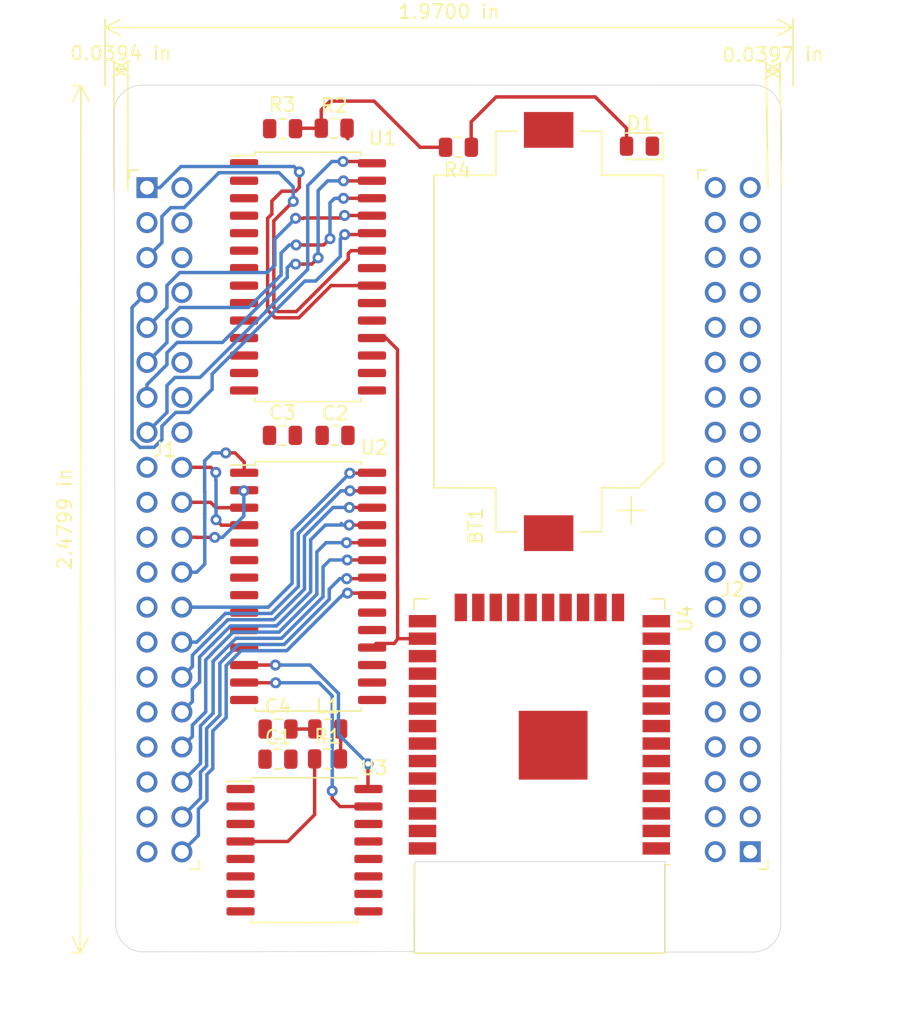
<source format=kicad_pcb>
(kicad_pcb (version 20171130) (host pcbnew "(5.1.5)-3")

  (general
    (thickness 1.6)
    (drawings 18)
    (tracks 394)
    (zones 0)
    (modules 17)
    (nets 84)
  )

  (page A4)
  (layers
    (0 F.Cu signal)
    (31 B.Cu signal)
    (32 B.Adhes user)
    (33 F.Adhes user)
    (34 B.Paste user)
    (35 F.Paste user)
    (36 B.SilkS user)
    (37 F.SilkS user)
    (38 B.Mask user)
    (39 F.Mask user)
    (40 Dwgs.User user)
    (41 Cmts.User user)
    (42 Eco1.User user)
    (43 Eco2.User user)
    (44 Edge.Cuts user)
    (45 Margin user)
    (46 B.CrtYd user)
    (47 F.CrtYd user)
    (48 B.Fab user)
    (49 F.Fab user)
  )

  (setup
    (last_trace_width 0.25)
    (trace_clearance 0.2)
    (zone_clearance 0.508)
    (zone_45_only no)
    (trace_min 0.2)
    (via_size 0.8)
    (via_drill 0.4)
    (via_min_size 0.4)
    (via_min_drill 0.3)
    (uvia_size 0.3)
    (uvia_drill 0.1)
    (uvias_allowed no)
    (uvia_min_size 0.2)
    (uvia_min_drill 0.1)
    (edge_width 0.05)
    (segment_width 0.2)
    (pcb_text_width 0.3)
    (pcb_text_size 1.5 1.5)
    (mod_edge_width 0.12)
    (mod_text_size 1 1)
    (mod_text_width 0.15)
    (pad_size 1.524 1.524)
    (pad_drill 0.762)
    (pad_to_mask_clearance 0.051)
    (solder_mask_min_width 0.25)
    (aux_axis_origin 0 0)
    (visible_elements 7FFFFFFF)
    (pcbplotparams
      (layerselection 0x010fc_ffffffff)
      (usegerberextensions false)
      (usegerberattributes false)
      (usegerberadvancedattributes false)
      (creategerberjobfile false)
      (excludeedgelayer true)
      (linewidth 0.100000)
      (plotframeref false)
      (viasonmask false)
      (mode 1)
      (useauxorigin false)
      (hpglpennumber 1)
      (hpglpenspeed 20)
      (hpglpendiameter 15.000000)
      (psnegative false)
      (psa4output false)
      (plotreference true)
      (plotvalue true)
      (plotinvisibletext false)
      (padsonsilk false)
      (subtractmaskfromsilk false)
      (outputformat 1)
      (mirror false)
      (drillshape 1)
      (scaleselection 1)
      (outputdirectory ""))
  )

  (net 0 "")
  (net 1 "Net-(BT1-Pad1)")
  (net 2 GND)
  (net 3 +3V3)
  (net 4 "Net-(C4-Pad2)")
  (net 5 "Net-(D1-Pad2)")
  (net 6 /3.3v)
  (net 7 /B07)
  (net 8 /B06)
  (net 9 /B05)
  (net 10 /B04)
  (net 11 /B03)
  (net 12 /B02)
  (net 13 /B01)
  (net 14 /B00)
  (net 15 /A07)
  (net 16 /A06)
  (net 17 /A05)
  (net 18 /A04)
  (net 19 /A03)
  (net 20 /A02)
  (net 21 /A01)
  (net 22 /A00)
  (net 23 /B17)
  (net 24 /B16)
  (net 25 /B15)
  (net 26 /B14)
  (net 27 /B13)
  (net 28 /B12)
  (net 29 /B11)
  (net 30 /B10)
  (net 31 /A17)
  (net 32 /A16)
  (net 33 /A15)
  (net 34 /A14)
  (net 35 /A13)
  (net 36 /A12)
  (net 37 /A11)
  (net 38 /A10)
  (net 39 /GPIO39)
  (net 40 /GPIO36)
  (net 41 /GPIO34)
  (net 42 /GPIO12)
  (net 43 /GPIO2)
  (net 44 /GPIO0)
  (net 45 /TFT_CS)
  (net 46 /TFT_A0)
  (net 47 /TFT_SDA)
  (net 48 /TFT_CLK)
  (net 49 /TX0)
  (net 50 /RX1)
  (net 51 /CRS)
  (net 52 /MDC)
  (net 53 /TX1)
  (net 54 /TX_EN)
  (net 55 /RX0)
  (net 56 /NINT)
  (net 57 /MDIO)
  (net 58 /SCS)
  (net 59 /SCK)
  (net 60 /SD3)
  (net 61 /SD2)
  (net 62 /SD1)
  (net 63 /SD0)
  (net 64 /SW)
  (net 65 /SDA)
  (net 66 /SCL)
  (net 67 /UART_RX)
  (net 68 /UART_TX)
  (net 69 /EN)
  (net 70 "Net-(R1-Pad2)")
  (net 71 "Net-(U1-Pad20)")
  (net 72 "Net-(U1-Pad19)")
  (net 73 /MCP_RESET)
  (net 74 "Net-(U1-Pad14)")
  (net 75 "Net-(U1-Pad11)")
  (net 76 "Net-(U2-Pad20)")
  (net 77 "Net-(U2-Pad19)")
  (net 78 "Net-(U2-Pad14)")
  (net 79 "Net-(U2-Pad11)")
  (net 80 "Net-(U3-Pad3)")
  (net 81 "Net-(U3-Pad1)")
  (net 82 "Net-(U4-Pad32)")
  (net 83 /GPIO16)

  (net_class Default "Esta es la clase de red por defecto."
    (clearance 0.2)
    (trace_width 0.25)
    (via_dia 0.8)
    (via_drill 0.4)
    (uvia_dia 0.3)
    (uvia_drill 0.1)
    (add_net +3V3)
    (add_net /3.3v)
    (add_net /A00)
    (add_net /A01)
    (add_net /A02)
    (add_net /A03)
    (add_net /A04)
    (add_net /A05)
    (add_net /A06)
    (add_net /A07)
    (add_net /A10)
    (add_net /A11)
    (add_net /A12)
    (add_net /A13)
    (add_net /A14)
    (add_net /A15)
    (add_net /A16)
    (add_net /A17)
    (add_net /B00)
    (add_net /B01)
    (add_net /B02)
    (add_net /B03)
    (add_net /B04)
    (add_net /B05)
    (add_net /B06)
    (add_net /B07)
    (add_net /B10)
    (add_net /B11)
    (add_net /B12)
    (add_net /B13)
    (add_net /B14)
    (add_net /B15)
    (add_net /B16)
    (add_net /B17)
    (add_net /CRS)
    (add_net /EN)
    (add_net /GPIO0)
    (add_net /GPIO12)
    (add_net /GPIO16)
    (add_net /GPIO2)
    (add_net /GPIO34)
    (add_net /GPIO36)
    (add_net /GPIO39)
    (add_net /MCP_RESET)
    (add_net /MDC)
    (add_net /MDIO)
    (add_net /NINT)
    (add_net /RX0)
    (add_net /RX1)
    (add_net /SCK)
    (add_net /SCL)
    (add_net /SCS)
    (add_net /SD0)
    (add_net /SD1)
    (add_net /SD2)
    (add_net /SD3)
    (add_net /SDA)
    (add_net /SW)
    (add_net /TFT_A0)
    (add_net /TFT_CLK)
    (add_net /TFT_CS)
    (add_net /TFT_SDA)
    (add_net /TX0)
    (add_net /TX1)
    (add_net /TX_EN)
    (add_net /UART_RX)
    (add_net /UART_TX)
    (add_net GND)
    (add_net "Net-(BT1-Pad1)")
    (add_net "Net-(C4-Pad2)")
    (add_net "Net-(D1-Pad2)")
    (add_net "Net-(R1-Pad2)")
    (add_net "Net-(U1-Pad11)")
    (add_net "Net-(U1-Pad14)")
    (add_net "Net-(U1-Pad19)")
    (add_net "Net-(U1-Pad20)")
    (add_net "Net-(U2-Pad11)")
    (add_net "Net-(U2-Pad14)")
    (add_net "Net-(U2-Pad19)")
    (add_net "Net-(U2-Pad20)")
    (add_net "Net-(U3-Pad1)")
    (add_net "Net-(U3-Pad3)")
    (add_net "Net-(U4-Pad32)")
  )

  (module "my footprint:Header 2x20-2.54mm" (layer F.Cu) (tedit 5F001B15) (tstamp 5F00E0D9)
    (at 78.744 89.995)
    (path /5F0ABE3B)
    (fp_text reference J1 (at -1.27 -3.81) (layer F.SilkS)
      (effects (font (size 1 1) (thickness 0.15)))
    )
    (fp_text value Conn_02x20_Counter_Clockwise (at -1.27 -26.67) (layer F.Fab)
      (effects (font (size 1 1) (thickness 0.15)))
    )
    (fp_line (start 1.27 -24.13) (end -3.81 -24.13) (layer F.Fab) (width 0.12))
    (fp_line (start -3.81 -24.13) (end -3.81 26.67) (layer F.Fab) (width 0.12))
    (fp_line (start -3.81 26.67) (end 1.27 26.67) (layer F.Fab) (width 0.12))
    (fp_line (start 1.27 26.67) (end 1.27 -24.13) (layer F.Fab) (width 0.12))
    (fp_line (start -3.81 -23.495) (end -3.81 -24.13) (layer F.SilkS) (width 0.12))
    (fp_line (start -3.81 -24.13) (end -3.175 -24.13) (layer F.SilkS) (width 0.12))
    (fp_line (start 0.635 26.67) (end 1.27 26.67) (layer F.SilkS) (width 0.12))
    (fp_line (start 1.27 26.67) (end 1.27 26.035) (layer F.SilkS) (width 0.12))
    (pad 1 thru_hole rect (at -2.54 -22.86) (size 1.524 1.524) (drill 1) (layers *.Cu *.Mask)
      (net 22 /A00))
    (pad 2 thru_hole oval (at -2.54 -20.32) (size 1.524 1.524) (drill 1) (layers *.Cu *.Mask)
      (net 21 /A01))
    (pad 3 thru_hole oval (at -2.54 -17.78) (size 1.524 1.524) (drill 1) (layers *.Cu *.Mask)
      (net 20 /A02))
    (pad 4 thru_hole oval (at -2.54 -15.24) (size 1.524 1.524) (drill 1) (layers *.Cu *.Mask)
      (net 19 /A03))
    (pad 5 thru_hole oval (at -2.54 -12.7) (size 1.524 1.524) (drill 1) (layers *.Cu *.Mask)
      (net 18 /A04))
    (pad 6 thru_hole oval (at -2.54 -10.16) (size 1.524 1.524) (drill 1) (layers *.Cu *.Mask)
      (net 17 /A05))
    (pad 7 thru_hole oval (at -2.54 -7.62) (size 1.524 1.524) (drill 1) (layers *.Cu *.Mask)
      (net 16 /A06))
    (pad 8 thru_hole oval (at -2.54 -5.08) (size 1.524 1.524) (drill 1) (layers *.Cu *.Mask)
      (net 15 /A07))
    (pad 9 thru_hole oval (at -2.54 -2.54) (size 1.524 1.524) (drill 1) (layers *.Cu *.Mask)
      (net 14 /B00))
    (pad 10 thru_hole oval (at -2.54 0) (size 1.524 1.524) (drill 1) (layers *.Cu *.Mask)
      (net 13 /B01))
    (pad 11 thru_hole oval (at -2.54 2.54) (size 1.524 1.524) (drill 1) (layers *.Cu *.Mask)
      (net 12 /B02))
    (pad 12 thru_hole oval (at -2.54 5.08) (size 1.524 1.524) (drill 1) (layers *.Cu *.Mask)
      (net 11 /B03))
    (pad 13 thru_hole oval (at -2.54 7.62) (size 1.524 1.524) (drill 1) (layers *.Cu *.Mask)
      (net 10 /B04))
    (pad 14 thru_hole oval (at -2.54 10.16) (size 1.524 1.524) (drill 1) (layers *.Cu *.Mask)
      (net 9 /B05))
    (pad 15 thru_hole oval (at -2.54 12.7) (size 1.524 1.524) (drill 1) (layers *.Cu *.Mask)
      (net 8 /B06))
    (pad 16 thru_hole oval (at -2.54 15.24) (size 1.524 1.524) (drill 1) (layers *.Cu *.Mask)
      (net 7 /B07))
    (pad 17 thru_hole oval (at -2.54 17.78) (size 1.524 1.524) (drill 1) (layers *.Cu *.Mask)
      (net 6 /3.3v))
    (pad 18 thru_hole oval (at -2.54 20.32) (size 1.524 1.524) (drill 1) (layers *.Cu *.Mask)
      (net 2 GND))
    (pad 19 thru_hole oval (at -2.54 22.86) (size 1.524 1.524) (drill 1) (layers *.Cu *.Mask)
      (net 2 GND))
    (pad 20 thru_hole oval (at -2.54 25.4) (size 1.524 1.524) (drill 1) (layers *.Cu *.Mask)
      (net 2 GND))
    (pad 21 thru_hole oval (at 0 -22.86) (size 1.524 1.524) (drill 1) (layers *.Cu *.Mask)
      (net 2 GND))
    (pad 22 thru_hole oval (at 0 -20.32) (size 1.524 1.524) (drill 1) (layers *.Cu *.Mask)
      (net 2 GND))
    (pad 23 thru_hole oval (at 0 -17.78) (size 1.524 1.524) (drill 1) (layers *.Cu *.Mask)
      (net 2 GND))
    (pad 24 thru_hole oval (at 0 -15.24) (size 1.524 1.524) (drill 1) (layers *.Cu *.Mask)
      (net 6 /3.3v))
    (pad 25 thru_hole oval (at 0 -12.7) (size 1.524 1.524) (drill 1) (layers *.Cu *.Mask)
      (net 23 /B17))
    (pad 26 thru_hole oval (at 0 -10.16) (size 1.524 1.524) (drill 1) (layers *.Cu *.Mask)
      (net 24 /B16))
    (pad 27 thru_hole oval (at 0 -7.62) (size 1.524 1.524) (drill 1) (layers *.Cu *.Mask)
      (net 25 /B15))
    (pad 28 thru_hole oval (at 0 -5.08) (size 1.524 1.524) (drill 1) (layers *.Cu *.Mask)
      (net 26 /B14))
    (pad 29 thru_hole oval (at 0 -2.54) (size 1.524 1.524) (drill 1) (layers *.Cu *.Mask)
      (net 27 /B13))
    (pad 30 thru_hole oval (at 0 0) (size 1.524 1.524) (drill 1) (layers *.Cu *.Mask)
      (net 28 /B12))
    (pad 31 thru_hole oval (at 0 2.54) (size 1.524 1.524) (drill 1) (layers *.Cu *.Mask)
      (net 29 /B11))
    (pad 32 thru_hole oval (at 0 5.08) (size 1.524 1.524) (drill 1) (layers *.Cu *.Mask)
      (net 30 /B10))
    (pad 33 thru_hole oval (at 0 7.62) (size 1.524 1.524) (drill 1) (layers *.Cu *.Mask)
      (net 31 /A17))
    (pad 34 thru_hole oval (at 0 10.16) (size 1.524 1.524) (drill 1) (layers *.Cu *.Mask)
      (net 32 /A16))
    (pad 35 thru_hole oval (at 0 12.7) (size 1.524 1.524) (drill 1) (layers *.Cu *.Mask)
      (net 33 /A15))
    (pad 36 thru_hole oval (at 0 15.24) (size 1.524 1.524) (drill 1) (layers *.Cu *.Mask)
      (net 34 /A14))
    (pad 37 thru_hole oval (at 0 17.78) (size 1.524 1.524) (drill 1) (layers *.Cu *.Mask)
      (net 35 /A13))
    (pad 38 thru_hole oval (at 0 20.32) (size 1.524 1.524) (drill 1) (layers *.Cu *.Mask)
      (net 36 /A12))
    (pad 39 thru_hole oval (at 0 22.86) (size 1.524 1.524) (drill 1) (layers *.Cu *.Mask)
      (net 37 /A11))
    (pad 40 thru_hole oval (at 0 25.4) (size 1.524 1.524) (drill 1) (layers *.Cu *.Mask)
      (net 38 /A10))
  )

  (module Package_SO:SOIC-28W_7.5x17.9mm_P1.27mm (layer F.Cu) (tedit 5D9F72B1) (tstamp 5EFFD21F)
    (at 87.923 96.105)
    (descr "SOIC, 28 Pin (JEDEC MS-013AE, https://www.analog.com/media/en/package-pcb-resources/package/35833120341221rw_28.pdf), generated with kicad-footprint-generator ipc_gullwing_generator.py")
    (tags "SOIC SO")
    (path /5EF77513)
    (attr smd)
    (fp_text reference U2 (at 4.812 -10.087) (layer F.SilkS)
      (effects (font (size 1 1) (thickness 0.15)))
    )
    (fp_text value MCP23017_SO (at 0 9.9) (layer F.Fab)
      (effects (font (size 1 1) (thickness 0.15)))
    )
    (fp_text user %R (at 0 0) (layer F.Fab)
      (effects (font (size 1 1) (thickness 0.15)))
    )
    (fp_line (start 5.93 -9.2) (end -5.93 -9.2) (layer F.CrtYd) (width 0.05))
    (fp_line (start 5.93 9.2) (end 5.93 -9.2) (layer F.CrtYd) (width 0.05))
    (fp_line (start -5.93 9.2) (end 5.93 9.2) (layer F.CrtYd) (width 0.05))
    (fp_line (start -5.93 -9.2) (end -5.93 9.2) (layer F.CrtYd) (width 0.05))
    (fp_line (start -3.75 -7.95) (end -2.75 -8.95) (layer F.Fab) (width 0.1))
    (fp_line (start -3.75 8.95) (end -3.75 -7.95) (layer F.Fab) (width 0.1))
    (fp_line (start 3.75 8.95) (end -3.75 8.95) (layer F.Fab) (width 0.1))
    (fp_line (start 3.75 -8.95) (end 3.75 8.95) (layer F.Fab) (width 0.1))
    (fp_line (start -2.75 -8.95) (end 3.75 -8.95) (layer F.Fab) (width 0.1))
    (fp_line (start -3.86 -8.815) (end -5.675 -8.815) (layer F.SilkS) (width 0.12))
    (fp_line (start -3.86 -9.06) (end -3.86 -8.815) (layer F.SilkS) (width 0.12))
    (fp_line (start 0 -9.06) (end -3.86 -9.06) (layer F.SilkS) (width 0.12))
    (fp_line (start 3.86 -9.06) (end 3.86 -8.815) (layer F.SilkS) (width 0.12))
    (fp_line (start 0 -9.06) (end 3.86 -9.06) (layer F.SilkS) (width 0.12))
    (fp_line (start -3.86 9.06) (end -3.86 8.815) (layer F.SilkS) (width 0.12))
    (fp_line (start 0 9.06) (end -3.86 9.06) (layer F.SilkS) (width 0.12))
    (fp_line (start 3.86 9.06) (end 3.86 8.815) (layer F.SilkS) (width 0.12))
    (fp_line (start 0 9.06) (end 3.86 9.06) (layer F.SilkS) (width 0.12))
    (pad 28 smd roundrect (at 4.65 -8.255) (size 2.05 0.6) (layers F.Cu F.Paste F.Mask) (roundrect_rratio 0.25)
      (net 31 /A17))
    (pad 27 smd roundrect (at 4.65 -6.985) (size 2.05 0.6) (layers F.Cu F.Paste F.Mask) (roundrect_rratio 0.25)
      (net 32 /A16))
    (pad 26 smd roundrect (at 4.65 -5.715) (size 2.05 0.6) (layers F.Cu F.Paste F.Mask) (roundrect_rratio 0.25)
      (net 33 /A15))
    (pad 25 smd roundrect (at 4.65 -4.445) (size 2.05 0.6) (layers F.Cu F.Paste F.Mask) (roundrect_rratio 0.25)
      (net 34 /A14))
    (pad 24 smd roundrect (at 4.65 -3.175) (size 2.05 0.6) (layers F.Cu F.Paste F.Mask) (roundrect_rratio 0.25)
      (net 35 /A13))
    (pad 23 smd roundrect (at 4.65 -1.905) (size 2.05 0.6) (layers F.Cu F.Paste F.Mask) (roundrect_rratio 0.25)
      (net 36 /A12))
    (pad 22 smd roundrect (at 4.65 -0.635) (size 2.05 0.6) (layers F.Cu F.Paste F.Mask) (roundrect_rratio 0.25)
      (net 37 /A11))
    (pad 21 smd roundrect (at 4.65 0.635) (size 2.05 0.6) (layers F.Cu F.Paste F.Mask) (roundrect_rratio 0.25)
      (net 38 /A10))
    (pad 20 smd roundrect (at 4.65 1.905) (size 2.05 0.6) (layers F.Cu F.Paste F.Mask) (roundrect_rratio 0.25)
      (net 76 "Net-(U2-Pad20)"))
    (pad 19 smd roundrect (at 4.65 3.175) (size 2.05 0.6) (layers F.Cu F.Paste F.Mask) (roundrect_rratio 0.25)
      (net 77 "Net-(U2-Pad19)"))
    (pad 18 smd roundrect (at 4.65 4.445) (size 2.05 0.6) (layers F.Cu F.Paste F.Mask) (roundrect_rratio 0.25)
      (net 73 /MCP_RESET))
    (pad 17 smd roundrect (at 4.65 5.715) (size 2.05 0.6) (layers F.Cu F.Paste F.Mask) (roundrect_rratio 0.25)
      (net 2 GND))
    (pad 16 smd roundrect (at 4.65 6.985) (size 2.05 0.6) (layers F.Cu F.Paste F.Mask) (roundrect_rratio 0.25)
      (net 2 GND))
    (pad 15 smd roundrect (at 4.65 8.255) (size 2.05 0.6) (layers F.Cu F.Paste F.Mask) (roundrect_rratio 0.25)
      (net 3 +3V3))
    (pad 14 smd roundrect (at -4.65 8.255) (size 2.05 0.6) (layers F.Cu F.Paste F.Mask) (roundrect_rratio 0.25)
      (net 78 "Net-(U2-Pad14)"))
    (pad 13 smd roundrect (at -4.65 6.985) (size 2.05 0.6) (layers F.Cu F.Paste F.Mask) (roundrect_rratio 0.25)
      (net 65 /SDA))
    (pad 12 smd roundrect (at -4.65 5.715) (size 2.05 0.6) (layers F.Cu F.Paste F.Mask) (roundrect_rratio 0.25)
      (net 66 /SCL))
    (pad 11 smd roundrect (at -4.65 4.445) (size 2.05 0.6) (layers F.Cu F.Paste F.Mask) (roundrect_rratio 0.25)
      (net 79 "Net-(U2-Pad11)"))
    (pad 10 smd roundrect (at -4.65 3.175) (size 2.05 0.6) (layers F.Cu F.Paste F.Mask) (roundrect_rratio 0.25)
      (net 2 GND))
    (pad 9 smd roundrect (at -4.65 1.905) (size 2.05 0.6) (layers F.Cu F.Paste F.Mask) (roundrect_rratio 0.25)
      (net 3 +3V3))
    (pad 8 smd roundrect (at -4.65 0.635) (size 2.05 0.6) (layers F.Cu F.Paste F.Mask) (roundrect_rratio 0.25)
      (net 23 /B17))
    (pad 7 smd roundrect (at -4.65 -0.635) (size 2.05 0.6) (layers F.Cu F.Paste F.Mask) (roundrect_rratio 0.25)
      (net 24 /B16))
    (pad 6 smd roundrect (at -4.65 -1.905) (size 2.05 0.6) (layers F.Cu F.Paste F.Mask) (roundrect_rratio 0.25)
      (net 25 /B15))
    (pad 5 smd roundrect (at -4.65 -3.175) (size 2.05 0.6) (layers F.Cu F.Paste F.Mask) (roundrect_rratio 0.25)
      (net 26 /B14))
    (pad 4 smd roundrect (at -4.65 -4.445) (size 2.05 0.6) (layers F.Cu F.Paste F.Mask) (roundrect_rratio 0.25)
      (net 27 /B13))
    (pad 3 smd roundrect (at -4.65 -5.715) (size 2.05 0.6) (layers F.Cu F.Paste F.Mask) (roundrect_rratio 0.25)
      (net 28 /B12))
    (pad 2 smd roundrect (at -4.65 -6.985) (size 2.05 0.6) (layers F.Cu F.Paste F.Mask) (roundrect_rratio 0.25)
      (net 29 /B11))
    (pad 1 smd roundrect (at -4.65 -8.255) (size 2.05 0.6) (layers F.Cu F.Paste F.Mask) (roundrect_rratio 0.25)
      (net 30 /B10))
    (model ${KISYS3DMOD}/Package_SO.3dshapes/SOIC-28W_7.5x17.9mm_P1.27mm.wrl
      (at (xyz 0 0 0))
      (scale (xyz 1 1 1))
      (rotate (xyz 0 0 0))
    )
  )

  (module "my footprint:Header 2x20-2.54mm" (layer F.Cu) (tedit 5F001B15) (tstamp 5F00E117)
    (at 117.529 92.522 180)
    (path /5F0D70B1)
    (fp_text reference J2 (at -1.27 -3.81) (layer F.SilkS)
      (effects (font (size 1 1) (thickness 0.15)))
    )
    (fp_text value Conn_02x20_Counter_Clockwise (at -1.27 -26.67) (layer F.Fab)
      (effects (font (size 1 1) (thickness 0.15)))
    )
    (fp_line (start 1.27 -24.13) (end -3.81 -24.13) (layer F.Fab) (width 0.12))
    (fp_line (start -3.81 -24.13) (end -3.81 26.67) (layer F.Fab) (width 0.12))
    (fp_line (start -3.81 26.67) (end 1.27 26.67) (layer F.Fab) (width 0.12))
    (fp_line (start 1.27 26.67) (end 1.27 -24.13) (layer F.Fab) (width 0.12))
    (fp_line (start -3.81 -23.495) (end -3.81 -24.13) (layer F.SilkS) (width 0.12))
    (fp_line (start -3.81 -24.13) (end -3.175 -24.13) (layer F.SilkS) (width 0.12))
    (fp_line (start 0.635 26.67) (end 1.27 26.67) (layer F.SilkS) (width 0.12))
    (fp_line (start 1.27 26.67) (end 1.27 26.035) (layer F.SilkS) (width 0.12))
    (pad 1 thru_hole rect (at -2.54 -22.86 180) (size 1.524 1.524) (drill 1) (layers *.Cu *.Mask)
      (net 2 GND))
    (pad 2 thru_hole oval (at -2.54 -20.32 180) (size 1.524 1.524) (drill 1) (layers *.Cu *.Mask)
      (net 57 /MDIO))
    (pad 3 thru_hole oval (at -2.54 -17.78 180) (size 1.524 1.524) (drill 1) (layers *.Cu *.Mask)
      (net 56 /NINT))
    (pad 4 thru_hole oval (at -2.54 -15.24 180) (size 1.524 1.524) (drill 1) (layers *.Cu *.Mask)
      (net 55 /RX0))
    (pad 5 thru_hole oval (at -2.54 -12.7 180) (size 1.524 1.524) (drill 1) (layers *.Cu *.Mask)
      (net 54 /TX_EN))
    (pad 6 thru_hole oval (at -2.54 -10.16 180) (size 1.524 1.524) (drill 1) (layers *.Cu *.Mask)
      (net 53 /TX1))
    (pad 7 thru_hole oval (at -2.54 -7.62 180) (size 1.524 1.524) (drill 1) (layers *.Cu *.Mask)
      (net 52 /MDC))
    (pad 8 thru_hole oval (at -2.54 -5.08 180) (size 1.524 1.524) (drill 1) (layers *.Cu *.Mask)
      (net 51 /CRS))
    (pad 9 thru_hole oval (at -2.54 -2.54 180) (size 1.524 1.524) (drill 1) (layers *.Cu *.Mask)
      (net 50 /RX1))
    (pad 10 thru_hole oval (at -2.54 0 180) (size 1.524 1.524) (drill 1) (layers *.Cu *.Mask)
      (net 49 /TX0))
    (pad 11 thru_hole oval (at -2.54 2.54 180) (size 1.524 1.524) (drill 1) (layers *.Cu *.Mask)
      (net 48 /TFT_CLK))
    (pad 12 thru_hole oval (at -2.54 5.08 180) (size 1.524 1.524) (drill 1) (layers *.Cu *.Mask)
      (net 47 /TFT_SDA))
    (pad 13 thru_hole oval (at -2.54 7.62 180) (size 1.524 1.524) (drill 1) (layers *.Cu *.Mask)
      (net 46 /TFT_A0))
    (pad 14 thru_hole oval (at -2.54 10.16 180) (size 1.524 1.524) (drill 1) (layers *.Cu *.Mask)
      (net 45 /TFT_CS))
    (pad 15 thru_hole oval (at -2.54 12.7 180) (size 1.524 1.524) (drill 1) (layers *.Cu *.Mask)
      (net 44 /GPIO0))
    (pad 16 thru_hole oval (at -2.54 15.24 180) (size 1.524 1.524) (drill 1) (layers *.Cu *.Mask)
      (net 43 /GPIO2))
    (pad 17 thru_hole oval (at -2.54 17.78 180) (size 1.524 1.524) (drill 1) (layers *.Cu *.Mask)
      (net 42 /GPIO12))
    (pad 18 thru_hole oval (at -2.54 20.32 180) (size 1.524 1.524) (drill 1) (layers *.Cu *.Mask)
      (net 41 /GPIO34))
    (pad 19 thru_hole oval (at -2.54 22.86 180) (size 1.524 1.524) (drill 1) (layers *.Cu *.Mask)
      (net 40 /GPIO36))
    (pad 20 thru_hole oval (at -2.54 25.4 180) (size 1.524 1.524) (drill 1) (layers *.Cu *.Mask)
      (net 39 /GPIO39))
    (pad 21 thru_hole oval (at 0 -22.86 180) (size 1.524 1.524) (drill 1) (layers *.Cu *.Mask)
      (net 2 GND))
    (pad 22 thru_hole oval (at 0 -20.32 180) (size 1.524 1.524) (drill 1) (layers *.Cu *.Mask)
      (net 2 GND))
    (pad 23 thru_hole oval (at 0 -17.78 180) (size 1.524 1.524) (drill 1) (layers *.Cu *.Mask)
      (net 2 GND))
    (pad 24 thru_hole oval (at 0 -15.24 180) (size 1.524 1.524) (drill 1) (layers *.Cu *.Mask)
      (net 2 GND))
    (pad 25 thru_hole oval (at 0 -12.7 180) (size 1.524 1.524) (drill 1) (layers *.Cu *.Mask)
      (net 6 /3.3v))
    (pad 26 thru_hole oval (at 0 -10.16 180) (size 1.524 1.524) (drill 1) (layers *.Cu *.Mask)
      (net 58 /SCS))
    (pad 27 thru_hole oval (at 0 -7.62 180) (size 1.524 1.524) (drill 1) (layers *.Cu *.Mask)
      (net 59 /SCK))
    (pad 28 thru_hole oval (at 0 -5.08 180) (size 1.524 1.524) (drill 1) (layers *.Cu *.Mask)
      (net 60 /SD3))
    (pad 29 thru_hole oval (at 0 -2.54 180) (size 1.524 1.524) (drill 1) (layers *.Cu *.Mask)
      (net 61 /SD2))
    (pad 30 thru_hole oval (at 0 0 180) (size 1.524 1.524) (drill 1) (layers *.Cu *.Mask)
      (net 62 /SD1))
    (pad 31 thru_hole oval (at 0 2.54 180) (size 1.524 1.524) (drill 1) (layers *.Cu *.Mask)
      (net 63 /SD0))
    (pad 32 thru_hole oval (at 0 5.08 180) (size 1.524 1.524) (drill 1) (layers *.Cu *.Mask)
      (net 64 /SW))
    (pad 33 thru_hole oval (at 0 7.62 180) (size 1.524 1.524) (drill 1) (layers *.Cu *.Mask)
      (net 65 /SDA))
    (pad 34 thru_hole oval (at 0 10.16 180) (size 1.524 1.524) (drill 1) (layers *.Cu *.Mask)
      (net 66 /SCL))
    (pad 35 thru_hole oval (at 0 12.7 180) (size 1.524 1.524) (drill 1) (layers *.Cu *.Mask)
      (net 44 /GPIO0))
    (pad 36 thru_hole oval (at 0 15.24 180) (size 1.524 1.524) (drill 1) (layers *.Cu *.Mask)
      (net 67 /UART_RX))
    (pad 37 thru_hole oval (at 0 17.78 180) (size 1.524 1.524) (drill 1) (layers *.Cu *.Mask)
      (net 68 /UART_TX))
    (pad 38 thru_hole oval (at 0 20.32 180) (size 1.524 1.524) (drill 1) (layers *.Cu *.Mask)
      (net 2 GND))
    (pad 39 thru_hole oval (at 0 22.86 180) (size 1.524 1.524) (drill 1) (layers *.Cu *.Mask)
      (net 69 /EN))
    (pad 40 thru_hole oval (at 0 25.4 180) (size 1.524 1.524) (drill 1) (layers *.Cu *.Mask)
      (net 6 /3.3v))
  )

  (module RF_Module:ESP32-WROOM-32 (layer F.Cu) (tedit 5B5B4654) (tstamp 5EFFD2B5)
    (at 104.74 106.89 180)
    (descr "Single 2.4 GHz Wi-Fi and Bluetooth combo chip https://www.espressif.com/sites/default/files/documentation/esp32-wroom-32_datasheet_en.pdf")
    (tags "Single 2.4 GHz Wi-Fi and Bluetooth combo  chip")
    (path /5EF564BE)
    (attr smd)
    (fp_text reference U4 (at -10.61 8.43 90) (layer F.SilkS)
      (effects (font (size 1 1) (thickness 0.15)))
    )
    (fp_text value ESP32-WROOM-32 (at 0 11.5) (layer F.Fab)
      (effects (font (size 1 1) (thickness 0.15)))
    )
    (fp_line (start -9.12 -9.445) (end -9.5 -9.445) (layer F.SilkS) (width 0.12))
    (fp_line (start -9.12 -15.865) (end -9.12 -9.445) (layer F.SilkS) (width 0.12))
    (fp_line (start 9.12 -15.865) (end 9.12 -9.445) (layer F.SilkS) (width 0.12))
    (fp_line (start -9.12 -15.865) (end 9.12 -15.865) (layer F.SilkS) (width 0.12))
    (fp_line (start 9.12 9.88) (end 8.12 9.88) (layer F.SilkS) (width 0.12))
    (fp_line (start 9.12 9.1) (end 9.12 9.88) (layer F.SilkS) (width 0.12))
    (fp_line (start -9.12 9.88) (end -8.12 9.88) (layer F.SilkS) (width 0.12))
    (fp_line (start -9.12 9.1) (end -9.12 9.88) (layer F.SilkS) (width 0.12))
    (fp_line (start 8.4 -20.6) (end 8.2 -20.4) (layer Cmts.User) (width 0.1))
    (fp_line (start 8.4 -16) (end 8.4 -20.6) (layer Cmts.User) (width 0.1))
    (fp_line (start 8.4 -20.6) (end 8.6 -20.4) (layer Cmts.User) (width 0.1))
    (fp_line (start 8.4 -16) (end 8.6 -16.2) (layer Cmts.User) (width 0.1))
    (fp_line (start 8.4 -16) (end 8.2 -16.2) (layer Cmts.User) (width 0.1))
    (fp_line (start -9.2 -13.875) (end -9.4 -14.075) (layer Cmts.User) (width 0.1))
    (fp_line (start -13.8 -13.875) (end -9.2 -13.875) (layer Cmts.User) (width 0.1))
    (fp_line (start -9.2 -13.875) (end -9.4 -13.675) (layer Cmts.User) (width 0.1))
    (fp_line (start -13.8 -13.875) (end -13.6 -13.675) (layer Cmts.User) (width 0.1))
    (fp_line (start -13.8 -13.875) (end -13.6 -14.075) (layer Cmts.User) (width 0.1))
    (fp_line (start 9.2 -13.875) (end 9.4 -13.675) (layer Cmts.User) (width 0.1))
    (fp_line (start 9.2 -13.875) (end 9.4 -14.075) (layer Cmts.User) (width 0.1))
    (fp_line (start 13.8 -13.875) (end 13.6 -13.675) (layer Cmts.User) (width 0.1))
    (fp_line (start 13.8 -13.875) (end 13.6 -14.075) (layer Cmts.User) (width 0.1))
    (fp_line (start 9.2 -13.875) (end 13.8 -13.875) (layer Cmts.User) (width 0.1))
    (fp_line (start 14 -11.585) (end 12 -9.97) (layer Dwgs.User) (width 0.1))
    (fp_line (start 14 -13.2) (end 10 -9.97) (layer Dwgs.User) (width 0.1))
    (fp_line (start 14 -14.815) (end 8 -9.97) (layer Dwgs.User) (width 0.1))
    (fp_line (start 14 -16.43) (end 6 -9.97) (layer Dwgs.User) (width 0.1))
    (fp_line (start 14 -18.045) (end 4 -9.97) (layer Dwgs.User) (width 0.1))
    (fp_line (start 14 -19.66) (end 2 -9.97) (layer Dwgs.User) (width 0.1))
    (fp_line (start 13.475 -20.75) (end 0 -9.97) (layer Dwgs.User) (width 0.1))
    (fp_line (start 11.475 -20.75) (end -2 -9.97) (layer Dwgs.User) (width 0.1))
    (fp_line (start 9.475 -20.75) (end -4 -9.97) (layer Dwgs.User) (width 0.1))
    (fp_line (start 7.475 -20.75) (end -6 -9.97) (layer Dwgs.User) (width 0.1))
    (fp_line (start -8 -9.97) (end 5.475 -20.75) (layer Dwgs.User) (width 0.1))
    (fp_line (start 3.475 -20.75) (end -10 -9.97) (layer Dwgs.User) (width 0.1))
    (fp_line (start 1.475 -20.75) (end -12 -9.97) (layer Dwgs.User) (width 0.1))
    (fp_line (start -0.525 -20.75) (end -14 -9.97) (layer Dwgs.User) (width 0.1))
    (fp_line (start -2.525 -20.75) (end -14 -11.585) (layer Dwgs.User) (width 0.1))
    (fp_line (start -4.525 -20.75) (end -14 -13.2) (layer Dwgs.User) (width 0.1))
    (fp_line (start -6.525 -20.75) (end -14 -14.815) (layer Dwgs.User) (width 0.1))
    (fp_line (start -8.525 -20.75) (end -14 -16.43) (layer Dwgs.User) (width 0.1))
    (fp_line (start -10.525 -20.75) (end -14 -18.045) (layer Dwgs.User) (width 0.1))
    (fp_line (start -12.525 -20.75) (end -14 -19.66) (layer Dwgs.User) (width 0.1))
    (fp_line (start 9.75 -9.72) (end 14.25 -9.72) (layer F.CrtYd) (width 0.05))
    (fp_line (start -14.25 -9.72) (end -9.75 -9.72) (layer F.CrtYd) (width 0.05))
    (fp_line (start 14.25 -21) (end 14.25 -9.72) (layer F.CrtYd) (width 0.05))
    (fp_line (start -14.25 -21) (end -14.25 -9.72) (layer F.CrtYd) (width 0.05))
    (fp_line (start 14 -20.75) (end -14 -20.75) (layer Dwgs.User) (width 0.1))
    (fp_line (start 14 -9.97) (end 14 -20.75) (layer Dwgs.User) (width 0.1))
    (fp_line (start 14 -9.97) (end -14 -9.97) (layer Dwgs.User) (width 0.1))
    (fp_line (start -9 -9.02) (end -8.5 -9.52) (layer F.Fab) (width 0.1))
    (fp_line (start -8.5 -9.52) (end -9 -10.02) (layer F.Fab) (width 0.1))
    (fp_line (start -9 -9.02) (end -9 9.76) (layer F.Fab) (width 0.1))
    (fp_line (start -14.25 -21) (end 14.25 -21) (layer F.CrtYd) (width 0.05))
    (fp_line (start 9.75 -9.72) (end 9.75 10.5) (layer F.CrtYd) (width 0.05))
    (fp_line (start -9.75 10.5) (end 9.75 10.5) (layer F.CrtYd) (width 0.05))
    (fp_line (start -9.75 10.5) (end -9.75 -9.72) (layer F.CrtYd) (width 0.05))
    (fp_line (start -9 -15.745) (end 9 -15.745) (layer F.Fab) (width 0.1))
    (fp_line (start -9 -15.745) (end -9 -10.02) (layer F.Fab) (width 0.1))
    (fp_line (start -9 9.76) (end 9 9.76) (layer F.Fab) (width 0.1))
    (fp_line (start 9 9.76) (end 9 -15.745) (layer F.Fab) (width 0.1))
    (fp_line (start -14 -9.97) (end -14 -20.75) (layer Dwgs.User) (width 0.1))
    (fp_text user "5 mm" (at 7.8 -19.075 90) (layer Cmts.User)
      (effects (font (size 0.5 0.5) (thickness 0.1)))
    )
    (fp_text user "5 mm" (at -11.2 -14.375) (layer Cmts.User)
      (effects (font (size 0.5 0.5) (thickness 0.1)))
    )
    (fp_text user "5 mm" (at 11.8 -14.375) (layer Cmts.User)
      (effects (font (size 0.5 0.5) (thickness 0.1)))
    )
    (fp_text user Antenna (at 0 -13) (layer Cmts.User)
      (effects (font (size 1 1) (thickness 0.15)))
    )
    (fp_text user "KEEP-OUT ZONE" (at 0 -19) (layer Cmts.User)
      (effects (font (size 1 1) (thickness 0.15)))
    )
    (fp_text user %R (at 0 0) (layer F.Fab)
      (effects (font (size 1 1) (thickness 0.15)))
    )
    (pad 38 smd rect (at 8.5 -8.255 180) (size 2 0.9) (layers F.Cu F.Paste F.Mask)
      (net 2 GND))
    (pad 37 smd rect (at 8.5 -6.985 180) (size 2 0.9) (layers F.Cu F.Paste F.Mask)
      (net 52 /MDC))
    (pad 36 smd rect (at 8.5 -5.715 180) (size 2 0.9) (layers F.Cu F.Paste F.Mask)
      (net 53 /TX1))
    (pad 35 smd rect (at 8.5 -4.445 180) (size 2 0.9) (layers F.Cu F.Paste F.Mask)
      (net 68 /UART_TX))
    (pad 34 smd rect (at 8.5 -3.175 180) (size 2 0.9) (layers F.Cu F.Paste F.Mask)
      (net 67 /UART_RX))
    (pad 33 smd rect (at 8.5 -1.905 180) (size 2 0.9) (layers F.Cu F.Paste F.Mask)
      (net 54 /TX_EN))
    (pad 32 smd rect (at 8.5 -0.635 180) (size 2 0.9) (layers F.Cu F.Paste F.Mask)
      (net 82 "Net-(U4-Pad32)"))
    (pad 31 smd rect (at 8.5 0.635 180) (size 2 0.9) (layers F.Cu F.Paste F.Mask)
      (net 49 /TX0))
    (pad 30 smd rect (at 8.5 1.905 180) (size 2 0.9) (layers F.Cu F.Paste F.Mask)
      (net 57 /MDIO))
    (pad 29 smd rect (at 8.5 3.175 180) (size 2 0.9) (layers F.Cu F.Paste F.Mask)
      (net 65 /SDA))
    (pad 28 smd rect (at 8.5 4.445 180) (size 2 0.9) (layers F.Cu F.Paste F.Mask)
      (net 56 /NINT))
    (pad 27 smd rect (at 8.5 5.715 180) (size 2 0.9) (layers F.Cu F.Paste F.Mask)
      (net 83 /GPIO16))
    (pad 26 smd rect (at 8.5 6.985 180) (size 2 0.9) (layers F.Cu F.Paste F.Mask)
      (net 73 /MCP_RESET))
    (pad 25 smd rect (at 8.5 8.255 180) (size 2 0.9) (layers F.Cu F.Paste F.Mask)
      (net 44 /GPIO0))
    (pad 24 smd rect (at 5.715 9.255 270) (size 2 0.9) (layers F.Cu F.Paste F.Mask)
      (net 43 /GPIO2))
    (pad 23 smd rect (at 4.445 9.255 270) (size 2 0.9) (layers F.Cu F.Paste F.Mask)
      (net 45 /TFT_CS))
    (pad 22 smd rect (at 3.175 9.255 270) (size 2 0.9) (layers F.Cu F.Paste F.Mask)
      (net 62 /SD1))
    (pad 21 smd rect (at 1.905 9.255 270) (size 2 0.9) (layers F.Cu F.Paste F.Mask)
      (net 63 /SD0))
    (pad 20 smd rect (at 0.635 9.255 270) (size 2 0.9) (layers F.Cu F.Paste F.Mask)
      (net 59 /SCK))
    (pad 19 smd rect (at -0.635 9.255 270) (size 2 0.9) (layers F.Cu F.Paste F.Mask)
      (net 58 /SCS))
    (pad 18 smd rect (at -1.905 9.255 270) (size 2 0.9) (layers F.Cu F.Paste F.Mask)
      (net 60 /SD3))
    (pad 17 smd rect (at -3.175 9.255 270) (size 2 0.9) (layers F.Cu F.Paste F.Mask)
      (net 61 /SD2))
    (pad 16 smd rect (at -4.445 9.255 270) (size 2 0.9) (layers F.Cu F.Paste F.Mask)
      (net 47 /TFT_SDA))
    (pad 15 smd rect (at -5.715 9.255 270) (size 2 0.9) (layers F.Cu F.Paste F.Mask)
      (net 2 GND))
    (pad 14 smd rect (at -8.5 8.255 180) (size 2 0.9) (layers F.Cu F.Paste F.Mask)
      (net 42 /GPIO12))
    (pad 13 smd rect (at -8.5 6.985 180) (size 2 0.9) (layers F.Cu F.Paste F.Mask)
      (net 48 /TFT_CLK))
    (pad 12 smd rect (at -8.5 5.715 180) (size 2 0.9) (layers F.Cu F.Paste F.Mask)
      (net 51 /CRS))
    (pad 11 smd rect (at -8.5 4.445 180) (size 2 0.9) (layers F.Cu F.Paste F.Mask)
      (net 50 /RX1))
    (pad 10 smd rect (at -8.5 3.175 180) (size 2 0.9) (layers F.Cu F.Paste F.Mask)
      (net 55 /RX0))
    (pad 9 smd rect (at -8.5 1.905 180) (size 2 0.9) (layers F.Cu F.Paste F.Mask)
      (net 46 /TFT_A0))
    (pad 8 smd rect (at -8.5 0.635 180) (size 2 0.9) (layers F.Cu F.Paste F.Mask)
      (net 66 /SCL))
    (pad 7 smd rect (at -8.5 -0.635 180) (size 2 0.9) (layers F.Cu F.Paste F.Mask)
      (net 64 /SW))
    (pad 6 smd rect (at -8.5 -1.905 180) (size 2 0.9) (layers F.Cu F.Paste F.Mask)
      (net 41 /GPIO34))
    (pad 5 smd rect (at -8.5 -3.175 180) (size 2 0.9) (layers F.Cu F.Paste F.Mask)
      (net 39 /GPIO39))
    (pad 4 smd rect (at -8.5 -4.445 180) (size 2 0.9) (layers F.Cu F.Paste F.Mask)
      (net 40 /GPIO36))
    (pad 3 smd rect (at -8.5 -5.715 180) (size 2 0.9) (layers F.Cu F.Paste F.Mask)
      (net 69 /EN))
    (pad 2 smd rect (at -8.5 -6.985 180) (size 2 0.9) (layers F.Cu F.Paste F.Mask)
      (net 4 "Net-(C4-Pad2)"))
    (pad 1 smd rect (at -8.5 -8.255 180) (size 2 0.9) (layers F.Cu F.Paste F.Mask)
      (net 2 GND))
    (pad 39 smd rect (at -1 -0.755 180) (size 5 5) (layers F.Cu F.Paste F.Mask)
      (net 2 GND))
    (model ${KISYS3DMOD}/RF_Module.3dshapes/ESP32-WROOM-32.wrl
      (at (xyz 0 0 0))
      (scale (xyz 1 1 1))
      (rotate (xyz 0 0 0))
    )
  )

  (module Package_SO:SOIC-16W_7.5x10.3mm_P1.27mm (layer F.Cu) (tedit 5D9F72B1) (tstamp 5EFFD246)
    (at 87.65812 115.27308)
    (descr "SOIC, 16 Pin (JEDEC MS-013AA, https://www.analog.com/media/en/package-pcb-resources/package/pkg_pdf/soic_wide-rw/rw_16.pdf), generated with kicad-footprint-generator ipc_gullwing_generator.py")
    (tags "SOIC SO")
    (path /5EF5997C)
    (attr smd)
    (fp_text reference U3 (at 5.06988 -5.97408) (layer F.SilkS)
      (effects (font (size 1 1) (thickness 0.15)))
    )
    (fp_text value DS3231M (at 0 6.1) (layer F.Fab)
      (effects (font (size 1 1) (thickness 0.15)))
    )
    (fp_text user %R (at 0 0) (layer F.Fab)
      (effects (font (size 1 1) (thickness 0.15)))
    )
    (fp_line (start 5.93 -5.4) (end -5.93 -5.4) (layer F.CrtYd) (width 0.05))
    (fp_line (start 5.93 5.4) (end 5.93 -5.4) (layer F.CrtYd) (width 0.05))
    (fp_line (start -5.93 5.4) (end 5.93 5.4) (layer F.CrtYd) (width 0.05))
    (fp_line (start -5.93 -5.4) (end -5.93 5.4) (layer F.CrtYd) (width 0.05))
    (fp_line (start -3.75 -4.15) (end -2.75 -5.15) (layer F.Fab) (width 0.1))
    (fp_line (start -3.75 5.15) (end -3.75 -4.15) (layer F.Fab) (width 0.1))
    (fp_line (start 3.75 5.15) (end -3.75 5.15) (layer F.Fab) (width 0.1))
    (fp_line (start 3.75 -5.15) (end 3.75 5.15) (layer F.Fab) (width 0.1))
    (fp_line (start -2.75 -5.15) (end 3.75 -5.15) (layer F.Fab) (width 0.1))
    (fp_line (start -3.86 -5.005) (end -5.675 -5.005) (layer F.SilkS) (width 0.12))
    (fp_line (start -3.86 -5.26) (end -3.86 -5.005) (layer F.SilkS) (width 0.12))
    (fp_line (start 0 -5.26) (end -3.86 -5.26) (layer F.SilkS) (width 0.12))
    (fp_line (start 3.86 -5.26) (end 3.86 -5.005) (layer F.SilkS) (width 0.12))
    (fp_line (start 0 -5.26) (end 3.86 -5.26) (layer F.SilkS) (width 0.12))
    (fp_line (start -3.86 5.26) (end -3.86 5.005) (layer F.SilkS) (width 0.12))
    (fp_line (start 0 5.26) (end -3.86 5.26) (layer F.SilkS) (width 0.12))
    (fp_line (start 3.86 5.26) (end 3.86 5.005) (layer F.SilkS) (width 0.12))
    (fp_line (start 0 5.26) (end 3.86 5.26) (layer F.SilkS) (width 0.12))
    (pad 16 smd roundrect (at 4.65 -4.445) (size 2.05 0.6) (layers F.Cu F.Paste F.Mask) (roundrect_rratio 0.25)
      (net 66 /SCL))
    (pad 15 smd roundrect (at 4.65 -3.175) (size 2.05 0.6) (layers F.Cu F.Paste F.Mask) (roundrect_rratio 0.25)
      (net 65 /SDA))
    (pad 14 smd roundrect (at 4.65 -1.905) (size 2.05 0.6) (layers F.Cu F.Paste F.Mask) (roundrect_rratio 0.25)
      (net 1 "Net-(BT1-Pad1)"))
    (pad 13 smd roundrect (at 4.65 -0.635) (size 2.05 0.6) (layers F.Cu F.Paste F.Mask) (roundrect_rratio 0.25)
      (net 2 GND))
    (pad 12 smd roundrect (at 4.65 0.635) (size 2.05 0.6) (layers F.Cu F.Paste F.Mask) (roundrect_rratio 0.25)
      (net 2 GND))
    (pad 11 smd roundrect (at 4.65 1.905) (size 2.05 0.6) (layers F.Cu F.Paste F.Mask) (roundrect_rratio 0.25)
      (net 2 GND))
    (pad 10 smd roundrect (at 4.65 3.175) (size 2.05 0.6) (layers F.Cu F.Paste F.Mask) (roundrect_rratio 0.25)
      (net 2 GND))
    (pad 9 smd roundrect (at 4.65 4.445) (size 2.05 0.6) (layers F.Cu F.Paste F.Mask) (roundrect_rratio 0.25)
      (net 2 GND))
    (pad 8 smd roundrect (at -4.65 4.445) (size 2.05 0.6) (layers F.Cu F.Paste F.Mask) (roundrect_rratio 0.25)
      (net 2 GND))
    (pad 7 smd roundrect (at -4.65 3.175) (size 2.05 0.6) (layers F.Cu F.Paste F.Mask) (roundrect_rratio 0.25)
      (net 2 GND))
    (pad 6 smd roundrect (at -4.65 1.905) (size 2.05 0.6) (layers F.Cu F.Paste F.Mask) (roundrect_rratio 0.25)
      (net 2 GND))
    (pad 5 smd roundrect (at -4.65 0.635) (size 2.05 0.6) (layers F.Cu F.Paste F.Mask) (roundrect_rratio 0.25)
      (net 2 GND))
    (pad 4 smd roundrect (at -4.65 -0.635) (size 2.05 0.6) (layers F.Cu F.Paste F.Mask) (roundrect_rratio 0.25)
      (net 70 "Net-(R1-Pad2)"))
    (pad 3 smd roundrect (at -4.65 -1.905) (size 2.05 0.6) (layers F.Cu F.Paste F.Mask) (roundrect_rratio 0.25)
      (net 80 "Net-(U3-Pad3)"))
    (pad 2 smd roundrect (at -4.65 -3.175) (size 2.05 0.6) (layers F.Cu F.Paste F.Mask) (roundrect_rratio 0.25)
      (net 3 +3V3))
    (pad 1 smd roundrect (at -4.65 -4.445) (size 2.05 0.6) (layers F.Cu F.Paste F.Mask) (roundrect_rratio 0.25)
      (net 81 "Net-(U3-Pad1)"))
    (model ${KISYS3DMOD}/Package_SO.3dshapes/SOIC-16W_7.5x10.3mm_P1.27mm.wrl
      (at (xyz 0 0 0))
      (scale (xyz 1 1 1))
      (rotate (xyz 0 0 0))
    )
  )

  (module Package_SO:SOIC-28W_7.5x17.9mm_P1.27mm (layer F.Cu) (tedit 5D9F72B1) (tstamp 5EFFD1EC)
    (at 87.91212 73.61708)
    (descr "SOIC, 28 Pin (JEDEC MS-013AE, https://www.analog.com/media/en/package-pcb-resources/package/35833120341221rw_28.pdf), generated with kicad-footprint-generator ipc_gullwing_generator.py")
    (tags "SOIC SO")
    (path /5EF578D0)
    (attr smd)
    (fp_text reference U1 (at 5.42988 -10.07808) (layer F.SilkS)
      (effects (font (size 1 1) (thickness 0.15)))
    )
    (fp_text value MCP23017_SO (at 0 9.9) (layer F.Fab)
      (effects (font (size 1 1) (thickness 0.15)))
    )
    (fp_text user %R (at 0.53 -0.11) (layer F.Fab)
      (effects (font (size 1 1) (thickness 0.15)))
    )
    (fp_line (start 5.93 -9.2) (end -5.93 -9.2) (layer F.CrtYd) (width 0.05))
    (fp_line (start 5.93 9.2) (end 5.93 -9.2) (layer F.CrtYd) (width 0.05))
    (fp_line (start -5.93 9.2) (end 5.93 9.2) (layer F.CrtYd) (width 0.05))
    (fp_line (start -5.93 -9.2) (end -5.93 9.2) (layer F.CrtYd) (width 0.05))
    (fp_line (start -3.75 -7.95) (end -2.75 -8.95) (layer F.Fab) (width 0.1))
    (fp_line (start -3.75 8.95) (end -3.75 -7.95) (layer F.Fab) (width 0.1))
    (fp_line (start 3.75 8.95) (end -3.75 8.95) (layer F.Fab) (width 0.1))
    (fp_line (start 3.75 -8.95) (end 3.75 8.95) (layer F.Fab) (width 0.1))
    (fp_line (start -2.75 -8.95) (end 3.75 -8.95) (layer F.Fab) (width 0.1))
    (fp_line (start -3.86 -8.815) (end -5.675 -8.815) (layer F.SilkS) (width 0.12))
    (fp_line (start -3.86 -9.06) (end -3.86 -8.815) (layer F.SilkS) (width 0.12))
    (fp_line (start 0 -9.06) (end -3.86 -9.06) (layer F.SilkS) (width 0.12))
    (fp_line (start 3.86 -9.06) (end 3.86 -8.815) (layer F.SilkS) (width 0.12))
    (fp_line (start 0 -9.06) (end 3.86 -9.06) (layer F.SilkS) (width 0.12))
    (fp_line (start -3.86 9.06) (end -3.86 8.815) (layer F.SilkS) (width 0.12))
    (fp_line (start 0 9.06) (end -3.86 9.06) (layer F.SilkS) (width 0.12))
    (fp_line (start 3.86 9.06) (end 3.86 8.815) (layer F.SilkS) (width 0.12))
    (fp_line (start 0 9.06) (end 3.86 9.06) (layer F.SilkS) (width 0.12))
    (pad 28 smd roundrect (at 4.65 -8.255) (size 2.05 0.6) (layers F.Cu F.Paste F.Mask) (roundrect_rratio 0.25)
      (net 15 /A07))
    (pad 27 smd roundrect (at 4.65 -6.985) (size 2.05 0.6) (layers F.Cu F.Paste F.Mask) (roundrect_rratio 0.25)
      (net 16 /A06))
    (pad 26 smd roundrect (at 4.65 -5.715) (size 2.05 0.6) (layers F.Cu F.Paste F.Mask) (roundrect_rratio 0.25)
      (net 17 /A05))
    (pad 25 smd roundrect (at 4.65 -4.445) (size 2.05 0.6) (layers F.Cu F.Paste F.Mask) (roundrect_rratio 0.25)
      (net 18 /A04))
    (pad 24 smd roundrect (at 4.65 -3.175) (size 2.05 0.6) (layers F.Cu F.Paste F.Mask) (roundrect_rratio 0.25)
      (net 19 /A03))
    (pad 23 smd roundrect (at 4.65 -1.905) (size 2.05 0.6) (layers F.Cu F.Paste F.Mask) (roundrect_rratio 0.25)
      (net 20 /A02))
    (pad 22 smd roundrect (at 4.65 -0.635) (size 2.05 0.6) (layers F.Cu F.Paste F.Mask) (roundrect_rratio 0.25)
      (net 21 /A01))
    (pad 21 smd roundrect (at 4.65 0.635) (size 2.05 0.6) (layers F.Cu F.Paste F.Mask) (roundrect_rratio 0.25)
      (net 22 /A00))
    (pad 20 smd roundrect (at 4.65 1.905) (size 2.05 0.6) (layers F.Cu F.Paste F.Mask) (roundrect_rratio 0.25)
      (net 71 "Net-(U1-Pad20)"))
    (pad 19 smd roundrect (at 4.65 3.175) (size 2.05 0.6) (layers F.Cu F.Paste F.Mask) (roundrect_rratio 0.25)
      (net 72 "Net-(U1-Pad19)"))
    (pad 18 smd roundrect (at 4.65 4.445) (size 2.05 0.6) (layers F.Cu F.Paste F.Mask) (roundrect_rratio 0.25)
      (net 73 /MCP_RESET))
    (pad 17 smd roundrect (at 4.65 5.715) (size 2.05 0.6) (layers F.Cu F.Paste F.Mask) (roundrect_rratio 0.25)
      (net 2 GND))
    (pad 16 smd roundrect (at 4.65 6.985) (size 2.05 0.6) (layers F.Cu F.Paste F.Mask) (roundrect_rratio 0.25)
      (net 2 GND))
    (pad 15 smd roundrect (at 4.65 8.255) (size 2.05 0.6) (layers F.Cu F.Paste F.Mask) (roundrect_rratio 0.25)
      (net 2 GND))
    (pad 14 smd roundrect (at -4.65 8.255) (size 2.05 0.6) (layers F.Cu F.Paste F.Mask) (roundrect_rratio 0.25)
      (net 74 "Net-(U1-Pad14)"))
    (pad 13 smd roundrect (at -4.65 6.985) (size 2.05 0.6) (layers F.Cu F.Paste F.Mask) (roundrect_rratio 0.25)
      (net 65 /SDA))
    (pad 12 smd roundrect (at -4.65 5.715) (size 2.05 0.6) (layers F.Cu F.Paste F.Mask) (roundrect_rratio 0.25)
      (net 66 /SCL))
    (pad 11 smd roundrect (at -4.65 4.445) (size 2.05 0.6) (layers F.Cu F.Paste F.Mask) (roundrect_rratio 0.25)
      (net 75 "Net-(U1-Pad11)"))
    (pad 10 smd roundrect (at -4.65 3.175) (size 2.05 0.6) (layers F.Cu F.Paste F.Mask) (roundrect_rratio 0.25)
      (net 2 GND))
    (pad 9 smd roundrect (at -4.65 1.905) (size 2.05 0.6) (layers F.Cu F.Paste F.Mask) (roundrect_rratio 0.25)
      (net 3 +3V3))
    (pad 8 smd roundrect (at -4.65 0.635) (size 2.05 0.6) (layers F.Cu F.Paste F.Mask) (roundrect_rratio 0.25)
      (net 7 /B07))
    (pad 7 smd roundrect (at -4.65 -0.635) (size 2.05 0.6) (layers F.Cu F.Paste F.Mask) (roundrect_rratio 0.25)
      (net 8 /B06))
    (pad 6 smd roundrect (at -4.65 -1.905) (size 2.05 0.6) (layers F.Cu F.Paste F.Mask) (roundrect_rratio 0.25)
      (net 9 /B05))
    (pad 5 smd roundrect (at -4.65 -3.175) (size 2.05 0.6) (layers F.Cu F.Paste F.Mask) (roundrect_rratio 0.25)
      (net 10 /B04))
    (pad 4 smd roundrect (at -4.65 -4.445) (size 2.05 0.6) (layers F.Cu F.Paste F.Mask) (roundrect_rratio 0.25)
      (net 11 /B03))
    (pad 3 smd roundrect (at -4.65 -5.715) (size 2.05 0.6) (layers F.Cu F.Paste F.Mask) (roundrect_rratio 0.25)
      (net 12 /B02))
    (pad 2 smd roundrect (at -4.65 -6.985) (size 2.05 0.6) (layers F.Cu F.Paste F.Mask) (roundrect_rratio 0.25)
      (net 13 /B01))
    (pad 1 smd roundrect (at -4.65 -8.255) (size 2.05 0.6) (layers F.Cu F.Paste F.Mask) (roundrect_rratio 0.25)
      (net 14 /B00))
    (model ${KISYS3DMOD}/Package_SO.3dshapes/SOIC-28W_7.5x17.9mm_P1.27mm.wrl
      (at (xyz 0 0 0))
      (scale (xyz 1 1 1))
      (rotate (xyz 0 0 0))
    )
  )

  (module Resistor_SMD:R_0805_2012Metric (layer F.Cu) (tedit 5B36C52B) (tstamp 5EFFD1B9)
    (at 98.852 64.201)
    (descr "Resistor SMD 0805 (2012 Metric), square (rectangular) end terminal, IPC_7351 nominal, (Body size source: https://docs.google.com/spreadsheets/d/1BsfQQcO9C6DZCsRaXUlFlo91Tg2WpOkGARC1WS5S8t0/edit?usp=sharing), generated with kicad-footprint-generator")
    (tags resistor)
    (path /5F03063E)
    (attr smd)
    (fp_text reference R4 (at -0.072 1.638) (layer F.SilkS)
      (effects (font (size 1 1) (thickness 0.15)))
    )
    (fp_text value R_US (at 0 1.65) (layer F.Fab)
      (effects (font (size 1 1) (thickness 0.15)))
    )
    (fp_text user %R (at 21.62316 -0.21328 180) (layer F.Fab)
      (effects (font (size 0.5 0.5) (thickness 0.08)))
    )
    (fp_line (start 1.68 0.95) (end -1.68 0.95) (layer F.CrtYd) (width 0.05))
    (fp_line (start 1.68 -0.95) (end 1.68 0.95) (layer F.CrtYd) (width 0.05))
    (fp_line (start -1.68 -0.95) (end 1.68 -0.95) (layer F.CrtYd) (width 0.05))
    (fp_line (start -1.68 0.95) (end -1.68 -0.95) (layer F.CrtYd) (width 0.05))
    (fp_line (start -0.258578 0.71) (end 0.258578 0.71) (layer F.SilkS) (width 0.12))
    (fp_line (start -0.258578 -0.71) (end 0.258578 -0.71) (layer F.SilkS) (width 0.12))
    (fp_line (start 1 0.6) (end -1 0.6) (layer F.Fab) (width 0.1))
    (fp_line (start 1 -0.6) (end 1 0.6) (layer F.Fab) (width 0.1))
    (fp_line (start -1 -0.6) (end 1 -0.6) (layer F.Fab) (width 0.1))
    (fp_line (start -1 0.6) (end -1 -0.6) (layer F.Fab) (width 0.1))
    (pad 2 smd roundrect (at 0.9375 0) (size 0.975 1.4) (layers F.Cu F.Paste F.Mask) (roundrect_rratio 0.25)
      (net 5 "Net-(D1-Pad2)"))
    (pad 1 smd roundrect (at -0.9375 0) (size 0.975 1.4) (layers F.Cu F.Paste F.Mask) (roundrect_rratio 0.25)
      (net 3 +3V3))
    (model ${KISYS3DMOD}/Resistor_SMD.3dshapes/R_0805_2012Metric.wrl
      (at (xyz 0 0 0))
      (scale (xyz 1 1 1))
      (rotate (xyz 0 0 0))
    )
  )

  (module Resistor_SMD:R_0805_2012Metric (layer F.Cu) (tedit 5B36C52B) (tstamp 5EFFD1A8)
    (at 86.0645 62.85 180)
    (descr "Resistor SMD 0805 (2012 Metric), square (rectangular) end terminal, IPC_7351 nominal, (Body size source: https://docs.google.com/spreadsheets/d/1BsfQQcO9C6DZCsRaXUlFlo91Tg2WpOkGARC1WS5S8t0/edit?usp=sharing), generated with kicad-footprint-generator")
    (tags resistor)
    (path /5F0C08CA)
    (attr smd)
    (fp_text reference R3 (at 0.0064 1.74916) (layer F.SilkS)
      (effects (font (size 1 1) (thickness 0.15)))
    )
    (fp_text value R_US (at 0 1.65) (layer F.Fab)
      (effects (font (size 1 1) (thickness 0.15)))
    )
    (fp_text user %R (at 0 0) (layer F.Fab)
      (effects (font (size 0.5 0.5) (thickness 0.08)))
    )
    (fp_line (start 1.68 0.95) (end -1.68 0.95) (layer F.CrtYd) (width 0.05))
    (fp_line (start 1.68 -0.95) (end 1.68 0.95) (layer F.CrtYd) (width 0.05))
    (fp_line (start -1.68 -0.95) (end 1.68 -0.95) (layer F.CrtYd) (width 0.05))
    (fp_line (start -1.68 0.95) (end -1.68 -0.95) (layer F.CrtYd) (width 0.05))
    (fp_line (start -0.258578 0.71) (end 0.258578 0.71) (layer F.SilkS) (width 0.12))
    (fp_line (start -0.258578 -0.71) (end 0.258578 -0.71) (layer F.SilkS) (width 0.12))
    (fp_line (start 1 0.6) (end -1 0.6) (layer F.Fab) (width 0.1))
    (fp_line (start 1 -0.6) (end 1 0.6) (layer F.Fab) (width 0.1))
    (fp_line (start -1 -0.6) (end 1 -0.6) (layer F.Fab) (width 0.1))
    (fp_line (start -1 0.6) (end -1 -0.6) (layer F.Fab) (width 0.1))
    (pad 2 smd roundrect (at 0.9375 0 180) (size 0.975 1.4) (layers F.Cu F.Paste F.Mask) (roundrect_rratio 0.25)
      (net 66 /SCL))
    (pad 1 smd roundrect (at -0.9375 0 180) (size 0.975 1.4) (layers F.Cu F.Paste F.Mask) (roundrect_rratio 0.25)
      (net 3 +3V3))
    (model ${KISYS3DMOD}/Resistor_SMD.3dshapes/R_0805_2012Metric.wrl
      (at (xyz 0 0 0))
      (scale (xyz 1 1 1))
      (rotate (xyz 0 0 0))
    )
  )

  (module Resistor_SMD:R_0805_2012Metric (layer F.Cu) (tedit 5B36C52B) (tstamp 5EFFE895)
    (at 89.8135 62.817)
    (descr "Resistor SMD 0805 (2012 Metric), square (rectangular) end terminal, IPC_7351 nominal, (Body size source: https://docs.google.com/spreadsheets/d/1BsfQQcO9C6DZCsRaXUlFlo91Tg2WpOkGARC1WS5S8t0/edit?usp=sharing), generated with kicad-footprint-generator")
    (tags resistor)
    (path /5F0BFFE8)
    (attr smd)
    (fp_text reference R2 (at 0 -1.65) (layer F.SilkS)
      (effects (font (size 1 1) (thickness 0.15)))
    )
    (fp_text value R_US (at 0 1.65) (layer F.Fab)
      (effects (font (size 1 1) (thickness 0.15)))
    )
    (fp_text user %R (at 0 0) (layer F.Fab)
      (effects (font (size 0.5 0.5) (thickness 0.08)))
    )
    (fp_line (start 1.68 0.95) (end -1.68 0.95) (layer F.CrtYd) (width 0.05))
    (fp_line (start 1.68 -0.95) (end 1.68 0.95) (layer F.CrtYd) (width 0.05))
    (fp_line (start -1.68 -0.95) (end 1.68 -0.95) (layer F.CrtYd) (width 0.05))
    (fp_line (start -1.68 0.95) (end -1.68 -0.95) (layer F.CrtYd) (width 0.05))
    (fp_line (start -0.258578 0.71) (end 0.258578 0.71) (layer F.SilkS) (width 0.12))
    (fp_line (start -0.258578 -0.71) (end 0.258578 -0.71) (layer F.SilkS) (width 0.12))
    (fp_line (start 1 0.6) (end -1 0.6) (layer F.Fab) (width 0.1))
    (fp_line (start 1 -0.6) (end 1 0.6) (layer F.Fab) (width 0.1))
    (fp_line (start -1 -0.6) (end 1 -0.6) (layer F.Fab) (width 0.1))
    (fp_line (start -1 0.6) (end -1 -0.6) (layer F.Fab) (width 0.1))
    (pad 2 smd roundrect (at 0.9375 0) (size 0.975 1.4) (layers F.Cu F.Paste F.Mask) (roundrect_rratio 0.25)
      (net 65 /SDA))
    (pad 1 smd roundrect (at -0.9375 0) (size 0.975 1.4) (layers F.Cu F.Paste F.Mask) (roundrect_rratio 0.25)
      (net 3 +3V3))
    (model ${KISYS3DMOD}/Resistor_SMD.3dshapes/R_0805_2012Metric.wrl
      (at (xyz 0 0 0))
      (scale (xyz 1 1 1))
      (rotate (xyz 0 0 0))
    )
  )

  (module Resistor_SMD:R_0805_2012Metric (layer F.Cu) (tedit 5B36C52B) (tstamp 5EFFD186)
    (at 89.3315 108.64 180)
    (descr "Resistor SMD 0805 (2012 Metric), square (rectangular) end terminal, IPC_7351 nominal, (Body size source: https://docs.google.com/spreadsheets/d/1BsfQQcO9C6DZCsRaXUlFlo91Tg2WpOkGARC1WS5S8t0/edit?usp=sharing), generated with kicad-footprint-generator")
    (tags resistor)
    (path /5EFBE68B)
    (attr smd)
    (fp_text reference R1 (at -0.0125 1.631) (layer F.SilkS)
      (effects (font (size 1 1) (thickness 0.15)))
    )
    (fp_text value R_US (at 0 1.65) (layer F.Fab)
      (effects (font (size 1 1) (thickness 0.15)))
    )
    (fp_text user %R (at 0 0) (layer F.Fab)
      (effects (font (size 0.5 0.5) (thickness 0.08)))
    )
    (fp_line (start 1.68 0.95) (end -1.68 0.95) (layer F.CrtYd) (width 0.05))
    (fp_line (start 1.68 -0.95) (end 1.68 0.95) (layer F.CrtYd) (width 0.05))
    (fp_line (start -1.68 -0.95) (end 1.68 -0.95) (layer F.CrtYd) (width 0.05))
    (fp_line (start -1.68 0.95) (end -1.68 -0.95) (layer F.CrtYd) (width 0.05))
    (fp_line (start -0.258578 0.71) (end 0.258578 0.71) (layer F.SilkS) (width 0.12))
    (fp_line (start -0.258578 -0.71) (end 0.258578 -0.71) (layer F.SilkS) (width 0.12))
    (fp_line (start 1 0.6) (end -1 0.6) (layer F.Fab) (width 0.1))
    (fp_line (start 1 -0.6) (end 1 0.6) (layer F.Fab) (width 0.1))
    (fp_line (start -1 -0.6) (end 1 -0.6) (layer F.Fab) (width 0.1))
    (fp_line (start -1 0.6) (end -1 -0.6) (layer F.Fab) (width 0.1))
    (pad 2 smd roundrect (at 0.9375 0 180) (size 0.975 1.4) (layers F.Cu F.Paste F.Mask) (roundrect_rratio 0.25)
      (net 70 "Net-(R1-Pad2)"))
    (pad 1 smd roundrect (at -0.9375 0 180) (size 0.975 1.4) (layers F.Cu F.Paste F.Mask) (roundrect_rratio 0.25)
      (net 3 +3V3))
    (model ${KISYS3DMOD}/Resistor_SMD.3dshapes/R_0805_2012Metric.wrl
      (at (xyz 0 0 0))
      (scale (xyz 1 1 1))
      (rotate (xyz 0 0 0))
    )
  )

  (module Inductor_SMD:L_0805_2012Metric (layer F.Cu) (tedit 5B36C52B) (tstamp 5EFFD175)
    (at 89.3475 106.462)
    (descr "Inductor SMD 0805 (2012 Metric), square (rectangular) end terminal, IPC_7351 nominal, (Body size source: https://docs.google.com/spreadsheets/d/1BsfQQcO9C6DZCsRaXUlFlo91Tg2WpOkGARC1WS5S8t0/edit?usp=sharing), generated with kicad-footprint-generator")
    (tags inductor)
    (path /5EFE095D)
    (attr smd)
    (fp_text reference L1 (at 0 -1.65) (layer F.SilkS)
      (effects (font (size 1 1) (thickness 0.15)))
    )
    (fp_text value L (at 0 1.65) (layer F.Fab)
      (effects (font (size 1 1) (thickness 0.15)))
    )
    (fp_text user %R (at 0 0) (layer F.Fab)
      (effects (font (size 0.5 0.5) (thickness 0.08)))
    )
    (fp_line (start 1.68 0.95) (end -1.68 0.95) (layer F.CrtYd) (width 0.05))
    (fp_line (start 1.68 -0.95) (end 1.68 0.95) (layer F.CrtYd) (width 0.05))
    (fp_line (start -1.68 -0.95) (end 1.68 -0.95) (layer F.CrtYd) (width 0.05))
    (fp_line (start -1.68 0.95) (end -1.68 -0.95) (layer F.CrtYd) (width 0.05))
    (fp_line (start -0.258578 0.71) (end 0.258578 0.71) (layer F.SilkS) (width 0.12))
    (fp_line (start -0.258578 -0.71) (end 0.258578 -0.71) (layer F.SilkS) (width 0.12))
    (fp_line (start 1 0.6) (end -1 0.6) (layer F.Fab) (width 0.1))
    (fp_line (start 1 -0.6) (end 1 0.6) (layer F.Fab) (width 0.1))
    (fp_line (start -1 -0.6) (end 1 -0.6) (layer F.Fab) (width 0.1))
    (fp_line (start -1 0.6) (end -1 -0.6) (layer F.Fab) (width 0.1))
    (pad 2 smd roundrect (at 0.9375 0) (size 0.975 1.4) (layers F.Cu F.Paste F.Mask) (roundrect_rratio 0.25)
      (net 3 +3V3))
    (pad 1 smd roundrect (at -0.9375 0) (size 0.975 1.4) (layers F.Cu F.Paste F.Mask) (roundrect_rratio 0.25)
      (net 4 "Net-(C4-Pad2)"))
    (model ${KISYS3DMOD}/Inductor_SMD.3dshapes/L_0805_2012Metric.wrl
      (at (xyz 0 0 0))
      (scale (xyz 1 1 1))
      (rotate (xyz 0 0 0))
    )
  )

  (module LED_SMD:LED_0805_2012Metric (layer F.Cu) (tedit 5B36C52C) (tstamp 5EFFD0C4)
    (at 112.0155 64.122 180)
    (descr "LED SMD 0805 (2012 Metric), square (rectangular) end terminal, IPC_7351 nominal, (Body size source: https://docs.google.com/spreadsheets/d/1BsfQQcO9C6DZCsRaXUlFlo91Tg2WpOkGARC1WS5S8t0/edit?usp=sharing), generated with kicad-footprint-generator")
    (tags diode)
    (path /5F030C4D)
    (attr smd)
    (fp_text reference D1 (at -0.0655 1.656) (layer F.SilkS)
      (effects (font (size 1 1) (thickness 0.15)))
    )
    (fp_text value LED (at 0 1.65) (layer F.Fab)
      (effects (font (size 1 1) (thickness 0.15)))
    )
    (fp_text user %R (at 0 0) (layer F.Fab)
      (effects (font (size 0.5 0.5) (thickness 0.08)))
    )
    (fp_line (start 1.68 0.95) (end -1.68 0.95) (layer F.CrtYd) (width 0.05))
    (fp_line (start 1.68 -0.95) (end 1.68 0.95) (layer F.CrtYd) (width 0.05))
    (fp_line (start -1.68 -0.95) (end 1.68 -0.95) (layer F.CrtYd) (width 0.05))
    (fp_line (start -1.68 0.95) (end -1.68 -0.95) (layer F.CrtYd) (width 0.05))
    (fp_line (start -1.685 0.96) (end 1 0.96) (layer F.SilkS) (width 0.12))
    (fp_line (start -1.685 -0.96) (end -1.685 0.96) (layer F.SilkS) (width 0.12))
    (fp_line (start 1 -0.96) (end -1.685 -0.96) (layer F.SilkS) (width 0.12))
    (fp_line (start 1 0.6) (end 1 -0.6) (layer F.Fab) (width 0.1))
    (fp_line (start -1 0.6) (end 1 0.6) (layer F.Fab) (width 0.1))
    (fp_line (start -1 -0.3) (end -1 0.6) (layer F.Fab) (width 0.1))
    (fp_line (start -0.7 -0.6) (end -1 -0.3) (layer F.Fab) (width 0.1))
    (fp_line (start 1 -0.6) (end -0.7 -0.6) (layer F.Fab) (width 0.1))
    (pad 2 smd roundrect (at 0.9375 0 180) (size 0.975 1.4) (layers F.Cu F.Paste F.Mask) (roundrect_rratio 0.25)
      (net 5 "Net-(D1-Pad2)"))
    (pad 1 smd roundrect (at -0.9375 0 180) (size 0.975 1.4) (layers F.Cu F.Paste F.Mask) (roundrect_rratio 0.25)
      (net 2 GND))
    (model ${KISYS3DMOD}/LED_SMD.3dshapes/LED_0805_2012Metric.wrl
      (at (xyz 0 0 0))
      (scale (xyz 1 1 1))
      (rotate (xyz 0 0 0))
    )
  )

  (module Capacitor_SMD:C_0805_2012Metric (layer F.Cu) (tedit 5B36C52B) (tstamp 5EFFD0B1)
    (at 85.73204 106.4694)
    (descr "Capacitor SMD 0805 (2012 Metric), square (rectangular) end terminal, IPC_7351 nominal, (Body size source: https://docs.google.com/spreadsheets/d/1BsfQQcO9C6DZCsRaXUlFlo91Tg2WpOkGARC1WS5S8t0/edit?usp=sharing), generated with kicad-footprint-generator")
    (tags capacitor)
    (path /5EFDE3A6)
    (attr smd)
    (fp_text reference C4 (at 0 -1.65) (layer F.SilkS)
      (effects (font (size 1 1) (thickness 0.15)))
    )
    (fp_text value C (at 0 1.65) (layer F.Fab)
      (effects (font (size 1 1) (thickness 0.15)))
    )
    (fp_text user %R (at 0 0) (layer F.Fab)
      (effects (font (size 0.5 0.5) (thickness 0.08)))
    )
    (fp_line (start 1.68 0.95) (end -1.68 0.95) (layer F.CrtYd) (width 0.05))
    (fp_line (start 1.68 -0.95) (end 1.68 0.95) (layer F.CrtYd) (width 0.05))
    (fp_line (start -1.68 -0.95) (end 1.68 -0.95) (layer F.CrtYd) (width 0.05))
    (fp_line (start -1.68 0.95) (end -1.68 -0.95) (layer F.CrtYd) (width 0.05))
    (fp_line (start -0.258578 0.71) (end 0.258578 0.71) (layer F.SilkS) (width 0.12))
    (fp_line (start -0.258578 -0.71) (end 0.258578 -0.71) (layer F.SilkS) (width 0.12))
    (fp_line (start 1 0.6) (end -1 0.6) (layer F.Fab) (width 0.1))
    (fp_line (start 1 -0.6) (end 1 0.6) (layer F.Fab) (width 0.1))
    (fp_line (start -1 -0.6) (end 1 -0.6) (layer F.Fab) (width 0.1))
    (fp_line (start -1 0.6) (end -1 -0.6) (layer F.Fab) (width 0.1))
    (pad 2 smd roundrect (at 0.9375 0) (size 0.975 1.4) (layers F.Cu F.Paste F.Mask) (roundrect_rratio 0.25)
      (net 4 "Net-(C4-Pad2)"))
    (pad 1 smd roundrect (at -0.9375 0) (size 0.975 1.4) (layers F.Cu F.Paste F.Mask) (roundrect_rratio 0.25)
      (net 2 GND))
    (model ${KISYS3DMOD}/Capacitor_SMD.3dshapes/C_0805_2012Metric.wrl
      (at (xyz 0 0 0))
      (scale (xyz 1 1 1))
      (rotate (xyz 0 0 0))
    )
  )

  (module Capacitor_SMD:C_0805_2012Metric (layer F.Cu) (tedit 5B36C52B) (tstamp 5EFFD0A0)
    (at 86.0505 85.134)
    (descr "Capacitor SMD 0805 (2012 Metric), square (rectangular) end terminal, IPC_7351 nominal, (Body size source: https://docs.google.com/spreadsheets/d/1BsfQQcO9C6DZCsRaXUlFlo91Tg2WpOkGARC1WS5S8t0/edit?usp=sharing), generated with kicad-footprint-generator")
    (tags capacitor)
    (path /5EFDFC34)
    (attr smd)
    (fp_text reference C3 (at 0 -1.65) (layer F.SilkS)
      (effects (font (size 1 1) (thickness 0.15)))
    )
    (fp_text value C (at 0 1.65) (layer F.Fab)
      (effects (font (size 1 1) (thickness 0.15)))
    )
    (fp_text user %R (at 0 0) (layer F.Fab)
      (effects (font (size 0.5 0.5) (thickness 0.08)))
    )
    (fp_line (start 1.68 0.95) (end -1.68 0.95) (layer F.CrtYd) (width 0.05))
    (fp_line (start 1.68 -0.95) (end 1.68 0.95) (layer F.CrtYd) (width 0.05))
    (fp_line (start -1.68 -0.95) (end 1.68 -0.95) (layer F.CrtYd) (width 0.05))
    (fp_line (start -1.68 0.95) (end -1.68 -0.95) (layer F.CrtYd) (width 0.05))
    (fp_line (start -0.258578 0.71) (end 0.258578 0.71) (layer F.SilkS) (width 0.12))
    (fp_line (start -0.258578 -0.71) (end 0.258578 -0.71) (layer F.SilkS) (width 0.12))
    (fp_line (start 1 0.6) (end -1 0.6) (layer F.Fab) (width 0.1))
    (fp_line (start 1 -0.6) (end 1 0.6) (layer F.Fab) (width 0.1))
    (fp_line (start -1 -0.6) (end 1 -0.6) (layer F.Fab) (width 0.1))
    (fp_line (start -1 0.6) (end -1 -0.6) (layer F.Fab) (width 0.1))
    (pad 2 smd roundrect (at 0.9375 0) (size 0.975 1.4) (layers F.Cu F.Paste F.Mask) (roundrect_rratio 0.25)
      (net 3 +3V3))
    (pad 1 smd roundrect (at -0.9375 0) (size 0.975 1.4) (layers F.Cu F.Paste F.Mask) (roundrect_rratio 0.25)
      (net 2 GND))
    (model ${KISYS3DMOD}/Capacitor_SMD.3dshapes/C_0805_2012Metric.wrl
      (at (xyz 0 0 0))
      (scale (xyz 1 1 1))
      (rotate (xyz 0 0 0))
    )
  )

  (module Capacitor_SMD:C_0805_2012Metric (layer F.Cu) (tedit 5B36C52B) (tstamp 5EFFD08F)
    (at 89.8775 85.134 180)
    (descr "Capacitor SMD 0805 (2012 Metric), square (rectangular) end terminal, IPC_7351 nominal, (Body size source: https://docs.google.com/spreadsheets/d/1BsfQQcO9C6DZCsRaXUlFlo91Tg2WpOkGARC1WS5S8t0/edit?usp=sharing), generated with kicad-footprint-generator")
    (tags capacitor)
    (path /5EFDED8F)
    (attr smd)
    (fp_text reference C2 (at -0.0105 1.61) (layer F.SilkS)
      (effects (font (size 1 1) (thickness 0.15)))
    )
    (fp_text value C (at 0 1.65) (layer F.Fab)
      (effects (font (size 1 1) (thickness 0.15)))
    )
    (fp_text user %R (at 0 0) (layer F.Fab)
      (effects (font (size 0.5 0.5) (thickness 0.08)))
    )
    (fp_line (start 1.68 0.95) (end -1.68 0.95) (layer F.CrtYd) (width 0.05))
    (fp_line (start 1.68 -0.95) (end 1.68 0.95) (layer F.CrtYd) (width 0.05))
    (fp_line (start -1.68 -0.95) (end 1.68 -0.95) (layer F.CrtYd) (width 0.05))
    (fp_line (start -1.68 0.95) (end -1.68 -0.95) (layer F.CrtYd) (width 0.05))
    (fp_line (start -0.258578 0.71) (end 0.258578 0.71) (layer F.SilkS) (width 0.12))
    (fp_line (start -0.258578 -0.71) (end 0.258578 -0.71) (layer F.SilkS) (width 0.12))
    (fp_line (start 1 0.6) (end -1 0.6) (layer F.Fab) (width 0.1))
    (fp_line (start 1 -0.6) (end 1 0.6) (layer F.Fab) (width 0.1))
    (fp_line (start -1 -0.6) (end 1 -0.6) (layer F.Fab) (width 0.1))
    (fp_line (start -1 0.6) (end -1 -0.6) (layer F.Fab) (width 0.1))
    (pad 2 smd roundrect (at 0.9375 0 180) (size 0.975 1.4) (layers F.Cu F.Paste F.Mask) (roundrect_rratio 0.25)
      (net 3 +3V3))
    (pad 1 smd roundrect (at -0.9375 0 180) (size 0.975 1.4) (layers F.Cu F.Paste F.Mask) (roundrect_rratio 0.25)
      (net 2 GND))
    (model ${KISYS3DMOD}/Capacitor_SMD.3dshapes/C_0805_2012Metric.wrl
      (at (xyz 0 0 0))
      (scale (xyz 1 1 1))
      (rotate (xyz 0 0 0))
    )
  )

  (module Capacitor_SMD:C_0805_2012Metric (layer F.Cu) (tedit 5B36C52B) (tstamp 5EFFD07E)
    (at 85.7255 108.658 180)
    (descr "Capacitor SMD 0805 (2012 Metric), square (rectangular) end terminal, IPC_7351 nominal, (Body size source: https://docs.google.com/spreadsheets/d/1BsfQQcO9C6DZCsRaXUlFlo91Tg2WpOkGARC1WS5S8t0/edit?usp=sharing), generated with kicad-footprint-generator")
    (tags capacitor)
    (path /5EFC3415)
    (attr smd)
    (fp_text reference C1 (at -0.0305 1.593) (layer F.SilkS)
      (effects (font (size 1 1) (thickness 0.15)))
    )
    (fp_text value C (at 0 1.65) (layer F.Fab)
      (effects (font (size 1 1) (thickness 0.15)))
    )
    (fp_text user %R (at 0.05588 -0.06882) (layer F.Fab)
      (effects (font (size 0.5 0.5) (thickness 0.08)))
    )
    (fp_line (start 1.68 0.95) (end -1.68 0.95) (layer F.CrtYd) (width 0.05))
    (fp_line (start 1.68 -0.95) (end 1.68 0.95) (layer F.CrtYd) (width 0.05))
    (fp_line (start -1.68 -0.95) (end 1.68 -0.95) (layer F.CrtYd) (width 0.05))
    (fp_line (start -1.68 0.95) (end -1.68 -0.95) (layer F.CrtYd) (width 0.05))
    (fp_line (start -0.258578 0.71) (end 0.258578 0.71) (layer F.SilkS) (width 0.12))
    (fp_line (start -0.258578 -0.71) (end 0.258578 -0.71) (layer F.SilkS) (width 0.12))
    (fp_line (start 1 0.6) (end -1 0.6) (layer F.Fab) (width 0.1))
    (fp_line (start 1 -0.6) (end 1 0.6) (layer F.Fab) (width 0.1))
    (fp_line (start -1 -0.6) (end 1 -0.6) (layer F.Fab) (width 0.1))
    (fp_line (start -1 0.6) (end -1 -0.6) (layer F.Fab) (width 0.1))
    (pad 2 smd roundrect (at 0.9375 0 180) (size 0.975 1.4) (layers F.Cu F.Paste F.Mask) (roundrect_rratio 0.25)
      (net 3 +3V3))
    (pad 1 smd roundrect (at -0.9375 0 180) (size 0.975 1.4) (layers F.Cu F.Paste F.Mask) (roundrect_rratio 0.25)
      (net 2 GND))
    (model ${KISYS3DMOD}/Capacitor_SMD.3dshapes/C_0805_2012Metric.wrl
      (at (xyz 0 0 0))
      (scale (xyz 1 1 1))
      (rotate (xyz 0 0 0))
    )
  )

  (module Battery:BatteryHolder_Keystone_1060_1x2032 (layer F.Cu) (tedit 5B98EF5E) (tstamp 5EFFD06D)
    (at 105.414 77.588 90)
    (descr http://www.keyelco.com/product-pdf.cfm?p=726)
    (tags "CR2032 BR2032 BatteryHolder Battery")
    (path /5EF6CFB5)
    (attr smd)
    (fp_text reference BT1 (at -14.125 -5.3 90) (layer F.SilkS)
      (effects (font (size 1 1) (thickness 0.15)))
    )
    (fp_text value Battery (at 0 -11.75 90) (layer F.Fab)
      (effects (font (size 1 1) (thickness 0.15)))
    )
    (fp_line (start -12 6) (end -14 6) (layer F.SilkS) (width 0.12))
    (fp_line (start -13 5) (end -13 7) (layer F.SilkS) (width 0.12))
    (fp_text user %R (at 0 0 90) (layer F.Fab)
      (effects (font (size 1 1) (thickness 0.15)))
    )
    (fp_line (start 11.5 -8.5) (end 6.5 -8.5) (layer F.CrtYd) (width 0.05))
    (fp_arc (start 0 0) (end 6.5 -8.5) (angle -74.81070976) (layer F.CrtYd) (width 0.05))
    (fp_line (start 11.5 4) (end 11.5 8.5) (layer F.CrtYd) (width 0.05))
    (fp_line (start 14.7 4) (end 11.5 4) (layer F.CrtYd) (width 0.05))
    (fp_line (start 14.7 2.3) (end 14.7 4) (layer F.CrtYd) (width 0.05))
    (fp_line (start 16.45 2.3) (end 14.7 2.3) (layer F.CrtYd) (width 0.05))
    (fp_line (start 16.45 -2.3) (end 16.45 2.3) (layer F.CrtYd) (width 0.05))
    (fp_line (start 14.7 -2.3) (end 16.45 -2.3) (layer F.CrtYd) (width 0.05))
    (fp_line (start 14.7 -4) (end 14.7 -2.3) (layer F.CrtYd) (width 0.05))
    (fp_line (start 11.5 -4) (end 14.7 -4) (layer F.CrtYd) (width 0.05))
    (fp_line (start 11.5 -8.5) (end 11.5 -4) (layer F.CrtYd) (width 0.05))
    (fp_line (start -11.5 -8.5) (end -6.5 -8.5) (layer F.CrtYd) (width 0.05))
    (fp_line (start -11.5 -4) (end -11.5 -8.5) (layer F.CrtYd) (width 0.05))
    (fp_line (start -14.7 -4) (end -11.5 -4) (layer F.CrtYd) (width 0.05))
    (fp_line (start -14.7 -2.3) (end -14.7 -4) (layer F.CrtYd) (width 0.05))
    (fp_line (start -14.7 -2.3) (end -16.45 -2.3) (layer F.CrtYd) (width 0.05))
    (fp_line (start -16.45 2.3) (end -16.45 -2.3) (layer F.CrtYd) (width 0.05))
    (fp_line (start -14.7 2.3) (end -16.45 2.3) (layer F.CrtYd) (width 0.05))
    (fp_line (start -14.7 4) (end -14.7 2.3) (layer F.CrtYd) (width 0.05))
    (fp_line (start -14.7 4) (end -11.5 4) (layer F.CrtYd) (width 0.05))
    (fp_line (start -11.5 4) (end -11.5 8.5) (layer F.CrtYd) (width 0.05))
    (fp_line (start -6.5 8.5) (end -11.5 8.5) (layer F.CrtYd) (width 0.05))
    (fp_line (start 11.5 8.5) (end 6.5 8.5) (layer F.CrtYd) (width 0.05))
    (fp_arc (start 0 0) (end -6.5 8.5) (angle -74.81070976) (layer F.CrtYd) (width 0.05))
    (fp_line (start 11.35 -8.35) (end 11.35 -3.85) (layer F.SilkS) (width 0.12))
    (fp_line (start -11.35 -8.35) (end -11.35 -3.85) (layer F.SilkS) (width 0.12))
    (fp_line (start -11.35 -8.35) (end 11.35 -8.35) (layer F.SilkS) (width 0.12))
    (fp_line (start 14.55 -3.85) (end 14.55 -2.3) (layer F.SilkS) (width 0.12))
    (fp_line (start 11.35 -3.85) (end 14.55 -3.85) (layer F.SilkS) (width 0.12))
    (fp_line (start -14.55 -3.85) (end -14.55 -2.3) (layer F.SilkS) (width 0.12))
    (fp_line (start -11.35 -3.85) (end -14.55 -3.85) (layer F.SilkS) (width 0.12))
    (fp_line (start -14.55 3.85) (end -14.55 2.3) (layer F.SilkS) (width 0.12))
    (fp_line (start -11.35 3.85) (end -14.55 3.85) (layer F.SilkS) (width 0.12))
    (fp_line (start -9.55 8.35) (end -11.35 6.55) (layer F.SilkS) (width 0.12))
    (fp_line (start -11.35 6.55) (end -11.35 3.85) (layer F.SilkS) (width 0.12))
    (fp_line (start 11.35 8.35) (end -9.55 8.35) (layer F.SilkS) (width 0.12))
    (fp_line (start 11.35 8.35) (end 11.35 3.85) (layer F.SilkS) (width 0.12))
    (fp_line (start 14.55 3.85) (end 14.55 2.3) (layer F.SilkS) (width 0.12))
    (fp_line (start 11.35 3.85) (end 14.55 3.85) (layer F.SilkS) (width 0.12))
    (fp_line (start -9.4 8) (end -11 6.4) (layer F.Fab) (width 0.1))
    (fp_line (start 14.2 -3.5) (end 11 -3.5) (layer F.Fab) (width 0.1))
    (fp_line (start 14.2 3.5) (end 14.2 -3.5) (layer F.Fab) (width 0.1))
    (fp_line (start 11 3.5) (end 14.2 3.5) (layer F.Fab) (width 0.1))
    (fp_line (start -14.2 -3.5) (end -11 -3.5) (layer F.Fab) (width 0.1))
    (fp_line (start -14.2 3.5) (end -14.2 -3.5) (layer F.Fab) (width 0.1))
    (fp_line (start -11 3.5) (end -14.2 3.5) (layer F.Fab) (width 0.1))
    (fp_line (start -11 6.4) (end -11 3.5) (layer F.Fab) (width 0.1))
    (fp_line (start -11 -8) (end -11 -3.5) (layer F.Fab) (width 0.1))
    (fp_line (start 11 -8) (end 11 -3.5) (layer F.Fab) (width 0.1))
    (fp_line (start 11 8) (end 11 3.5) (layer F.Fab) (width 0.1))
    (fp_line (start 11 -8) (end -11 -8) (layer F.Fab) (width 0.1))
    (fp_line (start 11 8) (end -9.4 8) (layer F.Fab) (width 0.1))
    (fp_circle (center 0 0) (end -10.2 0) (layer Dwgs.User) (width 0.3))
    (pad 1 smd rect (at -14.65 0 270) (size 2.6 3.6) (layers F.Cu F.Paste F.Mask)
      (net 1 "Net-(BT1-Pad1)"))
    (pad 2 smd rect (at 14.65 0 270) (size 2.6 3.6) (layers F.Cu F.Paste F.Mask)
      (net 2 GND))
    (model ${KISYS3DMOD}/Battery.3dshapes/BatteryHolder_Keystone_1060_1x2032.wrl
      (at (xyz 0 0 0))
      (scale (xyz 1 1 1))
      (rotate (xyz 0 0 0))
    )
  )

  (dimension 5.999 (width 0.15) (layer Dwgs.User)
    (gr_text "5.999 mm" (at 125.471 119.6635 90) (layer Dwgs.User)
      (effects (font (size 1 1) (thickness 0.15)))
    )
    (feature1 (pts (xy 119.955 116.664) (xy 124.757421 116.664)))
    (feature2 (pts (xy 119.955 122.663) (xy 124.757421 122.663)))
    (crossbar (pts (xy 124.171 122.663) (xy 124.171 116.664)))
    (arrow1a (pts (xy 124.171 116.664) (xy 124.757421 117.790504)))
    (arrow1b (pts (xy 124.171 116.664) (xy 123.584579 117.790504)))
    (arrow2a (pts (xy 124.171 122.663) (xy 124.757421 121.536496)))
    (arrow2b (pts (xy 124.171 122.663) (xy 123.584579 121.536496)))
  )
  (dimension 5.997386 (width 0.15) (layer Dwgs.User)
    (gr_text "5.997 mm" (at 127.676235 62.79756 89.35035084) (layer Dwgs.User)
      (effects (font (size 1 1) (thickness 0.15)))
    )
    (feature1 (pts (xy 118.906 65.697) (xy 126.928702 65.787969)))
    (feature2 (pts (xy 118.974 59.7) (xy 126.996702 59.790969)))
    (crossbar (pts (xy 126.410319 59.78432) (xy 126.342319 65.78132)))
    (arrow1a (pts (xy 126.342319 65.78132) (xy 125.768709 64.64824)))
    (arrow1b (pts (xy 126.342319 65.78132) (xy 126.941475 64.661538)))
    (arrow2a (pts (xy 126.410319 59.78432) (xy 125.811163 60.904102)))
    (arrow2b (pts (xy 126.410319 59.78432) (xy 126.983929 60.9174)))
  )
  (gr_line (start 75.950476 122.657072) (end 95.67 122.63) (layer Edge.Cuts) (width 0.05) (tstamp 5F52FE63))
  (gr_line (start 73.938 120.675) (end 73.804 61.701) (layer Edge.Cuts) (width 0.05) (tstamp 5F52FE62))
  (gr_arc (start 75.939999 120.655001) (end 73.938 120.675) (angle -89.72748602) (layer Edge.Cuts) (width 0.05))
  (gr_line (start 120.302 122.669) (end 113.88 122.67) (layer Edge.Cuts) (width 0.05) (tstamp 5F52FC0C))
  (gr_line (start 122.292982 120.663227) (end 122.324 61.675) (layer Edge.Cuts) (width 0.05) (tstamp 5F52FC0B))
  (gr_arc (start 120.297001 120.673001) (end 120.302 122.669) (angle -90.13705813) (layer Edge.Cuts) (width 0.05))
  (gr_line (start 120.336 59.686) (end 75.816 59.689) (layer Edge.Cuts) (width 0.05) (tstamp 5F52F76C))
  (gr_arc (start 120.335 61.675) (end 122.324 61.675) (angle -90) (layer Edge.Cuts) (width 0.05))
  (gr_arc (start 75.816 61.701) (end 75.816 59.689) (angle -90) (layer Edge.Cuts) (width 0.05))
  (dimension 1.008084 (width 0.12) (layer F.SilkS)
    (gr_text "1.008 mm" (at 121.72178 57.34965 0.7388927) (layer F.SilkS)
      (effects (font (size 1 1) (thickness 0.15)))
    )
    (feature1 (pts (xy 122.352 67.13) (xy 122.234596 58.026672)))
    (feature2 (pts (xy 121.344 67.143) (xy 121.226596 58.039672)))
    (crossbar (pts (xy 121.234158 58.626044) (xy 122.242158 58.613044)))
    (arrow1a (pts (xy 122.242158 58.613044) (xy 121.12331 59.213943)))
    (arrow1b (pts (xy 122.242158 58.613044) (xy 121.108186 58.041199)))
    (arrow2a (pts (xy 121.234158 58.626044) (xy 122.36813 59.197889)))
    (arrow2b (pts (xy 121.234158 58.626044) (xy 122.353006 58.025145)))
  )
  (dimension 1 (width 0.12) (layer F.SilkS)
    (gr_text "1.000 mm" (at 74.304 57.247) (layer F.SilkS)
      (effects (font (size 1 1) (thickness 0.15)))
    )
    (feature1 (pts (xy 73.804 67.322) (xy 73.804 57.930579)))
    (feature2 (pts (xy 74.804 67.322) (xy 74.804 57.930579)))
    (crossbar (pts (xy 74.804 58.517) (xy 73.804 58.517)))
    (arrow1a (pts (xy 73.804 58.517) (xy 74.930504 57.930579)))
    (arrow1b (pts (xy 73.804 58.517) (xy 74.930504 59.103421)))
    (arrow2a (pts (xy 74.804 58.517) (xy 73.677496 57.930579)))
    (arrow2b (pts (xy 74.804 58.517) (xy 73.677496 59.103421)))
  )
  (gr_line (start 113.88 116.1) (end 113.88 122.67) (layer Edge.Cuts) (width 0.05))
  (gr_line (start 95.69 116.11) (end 113.88 116.1) (layer Edge.Cuts) (width 0.05))
  (gr_line (start 95.67 122.63) (end 95.69 116.11) (layer Edge.Cuts) (width 0.05))
  (dimension 62.990013 (width 0.12) (layer F.SilkS)
    (gr_text "62.990 mm" (at 70.11 91.214194 89.96361596) (layer F.SilkS)
      (effects (font (size 1 1) (thickness 0.15)))
    )
    (feature1 (pts (xy 71.36 122.71) (xy 70.773579 122.709628)))
    (feature2 (pts (xy 71.4 59.72) (xy 70.813579 59.719628)))
    (crossbar (pts (xy 71.4 59.72) (xy 71.36 122.71)))
    (arrow1a (pts (xy 71.36 122.71) (xy 70.774295 121.583124)))
    (arrow1b (pts (xy 71.36 122.71) (xy 71.947136 121.583869)))
    (arrow2a (pts (xy 71.4 59.72) (xy 70.812864 60.846131)))
    (arrow2b (pts (xy 71.4 59.72) (xy 71.985705 60.846876)))
  )
  (dimension 50.038 (width 0.12) (layer F.SilkS)
    (gr_text "50.038 mm" (at 98.171 54.229) (layer F.SilkS)
      (effects (font (size 1 1) (thickness 0.15)))
    )
    (feature1 (pts (xy 123.19 59.69) (xy 123.19 54.912579)))
    (feature2 (pts (xy 73.152 59.69) (xy 73.152 54.912579)))
    (crossbar (pts (xy 73.152 55.499) (xy 123.19 55.499)))
    (arrow1a (pts (xy 123.19 55.499) (xy 122.063496 56.085421)))
    (arrow1b (pts (xy 123.19 55.499) (xy 122.063496 54.912579)))
    (arrow2a (pts (xy 73.152 55.499) (xy 74.278504 56.085421)))
    (arrow2b (pts (xy 73.152 55.499) (xy 74.278504 54.912579)))
  )

  (segment (start 97.9145 64.201) (end 96.068 64.201) (width 0.25) (layer F.Cu) (net 3))
  (segment (start 96.068 64.201) (end 92.714 60.847) (width 0.25) (layer F.Cu) (net 3))
  (segment (start 92.714 60.847) (end 89.519 60.847) (width 0.25) (layer F.Cu) (net 3))
  (segment (start 88.876 61.49) (end 88.876 62.817) (width 0.25) (layer F.Cu) (net 3))
  (segment (start 89.519 60.847) (end 88.876 61.49) (width 0.25) (layer F.Cu) (net 3))
  (segment (start 87.035 62.817) (end 87.002 62.85) (width 0.25) (layer F.Cu) (net 3))
  (segment (start 88.876 62.817) (end 87.035 62.817) (width 0.25) (layer F.Cu) (net 3))
  (segment (start 90.285 108.624) (end 90.269 108.64) (width 0.25) (layer F.Cu) (net 3))
  (segment (start 90.285 106.462) (end 90.285 108.624) (width 0.25) (layer F.Cu) (net 3))
  (segment (start 88.4026 106.4694) (end 88.41 106.462) (width 0.25) (layer F.Cu) (net 4))
  (segment (start 86.66954 106.4694) (end 88.4026 106.4694) (width 0.25) (layer F.Cu) (net 4))
  (segment (start 99.7895 63.501) (end 99.779 63.4905) (width 0.25) (layer F.Cu) (net 5))
  (segment (start 99.7895 64.201) (end 99.7895 63.501) (width 0.25) (layer F.Cu) (net 5))
  (segment (start 99.779 63.4905) (end 99.779 62.356) (width 0.25) (layer F.Cu) (net 5))
  (segment (start 99.779 62.356) (end 101.592 60.543) (width 0.25) (layer F.Cu) (net 5))
  (segment (start 101.592 60.543) (end 108.8 60.543) (width 0.25) (layer F.Cu) (net 5))
  (segment (start 111.078 62.821) (end 111.078 64.122) (width 0.25) (layer F.Cu) (net 5))
  (segment (start 108.8 60.543) (end 111.078 62.821) (width 0.25) (layer F.Cu) (net 5))
  (segment (start 77.656999 81.510001) (end 78.244999 80.922001) (width 0.25) (layer B.Cu) (net 15))
  (segment (start 76.204 84.915) (end 77.656999 83.462001) (width 0.25) (layer B.Cu) (net 15))
  (segment (start 78.244999 80.922001) (end 80.065999 80.922001) (width 0.25) (layer B.Cu) (net 15))
  (segment (start 77.656999 83.462001) (end 77.656999 81.510001) (width 0.25) (layer B.Cu) (net 15))
  (segment (start 80.065999 80.922001) (end 84.846 76.142) (width 0.25) (layer B.Cu) (net 15))
  (segment (start 89.644 65.235) (end 90.461 65.235) (width 0.25) (layer B.Cu) (net 15))
  (segment (start 90.461 65.235) (end 90.461 65.235) (width 0.25) (layer B.Cu) (net 15) (tstamp 5F534FFA))
  (via (at 90.461 65.235) (size 0.8) (drill 0.4) (layers F.Cu B.Cu) (net 15))
  (segment (start 92.43504 65.235) (end 92.56212 65.36208) (width 0.25) (layer F.Cu) (net 15))
  (segment (start 90.461 65.235) (end 92.43504 65.235) (width 0.25) (layer F.Cu) (net 15))
  (segment (start 84.846 76.142) (end 84.846 76.121) (width 0.25) (layer B.Cu) (net 15))
  (segment (start 84.846 76.121) (end 87.893 73.074) (width 0.25) (layer B.Cu) (net 15))
  (segment (start 87.893 66.986) (end 89.644 65.235) (width 0.25) (layer B.Cu) (net 15))
  (segment (start 87.893 73.074) (end 87.893 66.986) (width 0.25) (layer B.Cu) (net 15))
  (segment (start 78.406999 78.382001) (end 81.687999 78.382001) (width 0.25) (layer B.Cu) (net 16))
  (segment (start 77.656999 79.132001) (end 78.406999 78.382001) (width 0.25) (layer B.Cu) (net 16))
  (segment (start 77.656999 79.990763) (end 77.656999 79.132001) (width 0.25) (layer B.Cu) (net 16))
  (segment (start 76.204 82.375) (end 76.204 81.443762) (width 0.25) (layer B.Cu) (net 16))
  (segment (start 76.204 81.443762) (end 77.656999 79.990763) (width 0.25) (layer B.Cu) (net 16))
  (segment (start 92.5612 66.633) (end 92.56212 66.63208) (width 0.25) (layer F.Cu) (net 16))
  (segment (start 90.492 66.641) (end 90.492 66.641) (width 0.25) (layer B.Cu) (net 16) (tstamp 5F535EFF))
  (via (at 90.492 66.641) (size 0.8) (drill 0.4) (layers F.Cu B.Cu) (net 16))
  (segment (start 92.5532 66.641) (end 92.56212 66.63208) (width 0.25) (layer F.Cu) (net 16))
  (segment (start 90.492 66.641) (end 92.5532 66.641) (width 0.25) (layer F.Cu) (net 16))
  (segment (start 81.687999 78.382001) (end 86.405304 73.664696) (width 0.25) (layer B.Cu) (net 16))
  (segment (start 86.405304 73.664696) (end 86.405304 72.948294) (width 0.25) (layer B.Cu) (net 16))
  (segment (start 86.405304 72.948294) (end 86.662598 72.691) (width 0.25) (layer B.Cu) (net 16))
  (segment (start 86.662598 72.691) (end 87.012 72.691) (width 0.25) (layer B.Cu) (net 16))
  (segment (start 87.012 72.691) (end 87.012 72.691) (width 0.25) (layer B.Cu) (net 16) (tstamp 5F537D6E))
  (via (at 87.012 72.691) (size 0.8) (drill 0.4) (layers F.Cu B.Cu) (net 16))
  (segment (start 87.012 72.691) (end 87.577685 72.691) (width 0.25) (layer F.Cu) (net 16))
  (segment (start 87.577685 72.691) (end 88.188 72.691) (width 0.25) (layer F.Cu) (net 16))
  (segment (start 88.188 72.691) (end 88.646 72.233) (width 0.25) (layer F.Cu) (net 16))
  (segment (start 88.646 72.233) (end 88.646 72.233) (width 0.25) (layer F.Cu) (net 16) (tstamp 5F538082))
  (via (at 88.646 72.233) (size 0.8) (drill 0.4) (layers F.Cu B.Cu) (net 16))
  (segment (start 88.649 71.664315) (end 88.649 67.343) (width 0.25) (layer B.Cu) (net 16))
  (segment (start 89.351 66.641) (end 90.492 66.641) (width 0.25) (layer B.Cu) (net 16))
  (segment (start 88.649 67.343) (end 89.351 66.641) (width 0.25) (layer B.Cu) (net 16))
  (segment (start 88.646 71.667315) (end 88.649 71.664315) (width 0.25) (layer B.Cu) (net 16))
  (segment (start 88.646 72.233) (end 88.646 71.667315) (width 0.25) (layer B.Cu) (net 16))
  (segment (start 78.588237 75.842001) (end 83.591589 75.842001) (width 0.25) (layer B.Cu) (net 17))
  (segment (start 77.656999 76.773239) (end 78.588237 75.842001) (width 0.25) (layer B.Cu) (net 17))
  (segment (start 76.204 79.835) (end 77.656999 78.382001) (width 0.25) (layer B.Cu) (net 17))
  (segment (start 77.656999 78.382001) (end 77.656999 76.773239) (width 0.25) (layer B.Cu) (net 17))
  (segment (start 83.591589 75.842001) (end 85.955295 73.478295) (width 0.25) (layer B.Cu) (net 17))
  (segment (start 85.955295 73.209705) (end 85.953 73.20741) (width 0.25) (layer B.Cu) (net 17))
  (segment (start 85.955295 73.478295) (end 85.955295 73.209705) (width 0.25) (layer B.Cu) (net 17))
  (segment (start 85.953 73.20741) (end 85.953 72.543998) (width 0.25) (layer B.Cu) (net 17))
  (segment (start 85.953 72.543998) (end 85.953 71.894) (width 0.25) (layer B.Cu) (net 17))
  (segment (start 85.953 71.894) (end 86.55 71.297) (width 0.25) (layer B.Cu) (net 17))
  (segment (start 86.55 71.297) (end 87.049 71.297) (width 0.25) (layer B.Cu) (net 17))
  (segment (start 87.049 71.297) (end 87.049 71.297) (width 0.25) (layer B.Cu) (net 17) (tstamp 5F535C63))
  (via (at 87.049 71.297) (size 0.8) (drill 0.4) (layers F.Cu B.Cu) (net 17))
  (segment (start 92.56212 67.90208) (end 92.21908 67.90208) (width 0.25) (layer F.Cu) (net 17))
  (segment (start 92.56212 67.90208) (end 91.69492 67.90208) (width 0.25) (layer F.Cu) (net 17))
  (segment (start 91.69492 67.90208) (end 91.689 67.908) (width 0.25) (layer F.Cu) (net 17))
  (segment (start 91.689 67.908) (end 90.494 67.908) (width 0.25) (layer F.Cu) (net 17))
  (segment (start 90.494 67.908) (end 90.494 67.908) (width 0.25) (layer F.Cu) (net 17) (tstamp 5F53607B))
  (via (at 90.494 67.908) (size 0.8) (drill 0.4) (layers F.Cu B.Cu) (net 17))
  (segment (start 87.052 71.294) (end 87.049 71.297) (width 0.25) (layer F.Cu) (net 17))
  (segment (start 87.614685 71.297) (end 87.620685 71.303) (width 0.25) (layer F.Cu) (net 17))
  (segment (start 87.049 71.297) (end 87.614685 71.297) (width 0.25) (layer F.Cu) (net 17))
  (segment (start 87.620685 71.303) (end 89.053 71.303) (width 0.25) (layer F.Cu) (net 17))
  (segment (start 89.053 71.303) (end 89.512 70.844) (width 0.25) (layer F.Cu) (net 17))
  (segment (start 89.512 70.844) (end 89.536 70.82) (width 0.25) (layer F.Cu) (net 17) (tstamp 5F537C51))
  (via (at 89.512 70.844) (size 0.8) (drill 0.4) (layers F.Cu B.Cu) (net 17))
  (segment (start 89.512 68.24) (end 89.512 70.844) (width 0.25) (layer B.Cu) (net 17))
  (segment (start 89.819 67.933) (end 89.512 68.24) (width 0.25) (layer B.Cu) (net 17))
  (segment (start 89.903315 67.933) (end 89.819 67.933) (width 0.25) (layer B.Cu) (net 17))
  (segment (start 90.494 67.908) (end 89.928315 67.908) (width 0.25) (layer B.Cu) (net 17))
  (segment (start 89.928315 67.908) (end 89.903315 67.933) (width 0.25) (layer B.Cu) (net 17))
  (segment (start 78.588237 73.302001) (end 84.963999 73.302001) (width 0.25) (layer B.Cu) (net 18))
  (segment (start 77.656999 74.233239) (end 78.588237 73.302001) (width 0.25) (layer B.Cu) (net 18))
  (segment (start 76.204 77.295) (end 77.656999 75.842001) (width 0.25) (layer B.Cu) (net 18))
  (segment (start 77.656999 75.842001) (end 77.656999 74.233239) (width 0.25) (layer B.Cu) (net 18))
  (segment (start 85.50299 72.76301) (end 85.50299 70.87001) (width 0.25) (layer B.Cu) (net 18))
  (segment (start 84.963999 73.302001) (end 85.50299 72.76301) (width 0.25) (layer B.Cu) (net 18))
  (segment (start 85.50299 70.87001) (end 87.011 69.362) (width 0.25) (layer B.Cu) (net 18))
  (segment (start 87.011 69.362) (end 87.011 69.362) (width 0.25) (layer B.Cu) (net 18) (tstamp 5F5362B2))
  (via (at 87.011 69.362) (size 0.8) (drill 0.4) (layers F.Cu B.Cu) (net 18))
  (segment (start 91.81892 69.17208) (end 91.81184 69.165) (width 0.25) (layer F.Cu) (net 18))
  (segment (start 91.88108 69.17208) (end 91.848 69.139) (width 0.25) (layer F.Cu) (net 18))
  (segment (start 92.56212 69.17208) (end 91.88108 69.17208) (width 0.25) (layer F.Cu) (net 18))
  (segment (start 91.848 69.139) (end 91.81892 69.17208) (width 0.25) (layer F.Cu) (net 18))
  (segment (start 87.576685 69.362) (end 87.599685 69.339) (width 0.25) (layer F.Cu) (net 18))
  (segment (start 87.011 69.362) (end 87.576685 69.362) (width 0.25) (layer F.Cu) (net 18))
  (segment (start 87.599685 69.339) (end 90.386 69.339) (width 0.25) (layer F.Cu) (net 18))
  (segment (start 90.386 69.339) (end 90.57 69.155) (width 0.25) (layer F.Cu) (net 18))
  (segment (start 90.57 69.155) (end 90.57 69.155) (width 0.25) (layer F.Cu) (net 18) (tstamp 5F53659E))
  (via (at 90.57 69.155) (size 0.8) (drill 0.4) (layers F.Cu B.Cu) (net 18))
  (segment (start 92.54504 69.155) (end 92.56212 69.17208) (width 0.25) (layer F.Cu) (net 18))
  (segment (start 90.57 69.155) (end 92.54504 69.155) (width 0.25) (layer F.Cu) (net 18))
  (segment (start 90.262001 72.134001) (end 90.262001 70.861999) (width 0.25) (layer B.Cu) (net 19))
  (segment (start 90.262001 70.861999) (end 90.582 70.542) (width 0.25) (layer B.Cu) (net 19))
  (segment (start 90.582 70.542) (end 90.582 70.542) (width 0.25) (layer B.Cu) (net 19) (tstamp 5F5368CB))
  (via (at 90.582 70.542) (size 0.8) (drill 0.4) (layers F.Cu B.Cu) (net 19))
  (segment (start 92.4622 70.542) (end 92.56212 70.44208) (width 0.25) (layer F.Cu) (net 19))
  (segment (start 90.582 70.542) (end 92.4622 70.542) (width 0.25) (layer F.Cu) (net 19))
  (segment (start 75.116999 75.842001) (end 75.116999 85.436761) (width 0.25) (layer B.Cu) (net 19))
  (segment (start 76.204 74.755) (end 75.116999 75.842001) (width 0.25) (layer B.Cu) (net 19))
  (segment (start 75.116999 85.436761) (end 75.682239 86.002001) (width 0.25) (layer B.Cu) (net 19))
  (segment (start 77.291001 85.436761) (end 77.291001 84.464409) (width 0.25) (layer B.Cu) (net 19))
  (segment (start 76.725761 86.002001) (end 77.291001 85.436761) (width 0.25) (layer B.Cu) (net 19))
  (segment (start 77.291001 84.464409) (end 78.293409 83.462001) (width 0.25) (layer B.Cu) (net 19))
  (segment (start 75.682239 86.002001) (end 76.725761 86.002001) (width 0.25) (layer B.Cu) (net 19))
  (segment (start 90.262001 72.134001) (end 88.475297 73.920705) (width 0.25) (layer B.Cu) (net 19))
  (segment (start 88.475297 73.920705) (end 87.682705 73.920705) (width 0.25) (layer B.Cu) (net 19))
  (segment (start 85.29601 76.3074) (end 85.296009 76.328401) (width 0.25) (layer B.Cu) (net 19))
  (segment (start 87.682705 73.920705) (end 85.29601 76.3074) (width 0.25) (layer B.Cu) (net 19))
  (segment (start 85.296009 76.328401) (end 80.943 80.68141) (width 0.25) (layer B.Cu) (net 19))
  (segment (start 80.943 80.68141) (end 80.943 81.784762) (width 0.25) (layer B.Cu) (net 19))
  (segment (start 79.265761 83.462001) (end 80.943 81.784762) (width 0.25) (layer B.Cu) (net 19))
  (segment (start 78.293409 83.462001) (end 79.265761 83.462001) (width 0.25) (layer B.Cu) (net 19))
  (segment (start 86.842 68.132) (end 86.842 68.132) (width 0.25) (layer F.Cu) (net 20) (tstamp 5F5375DE))
  (segment (start 85.427 69.547) (end 86.358 68.616) (width 0.25) (layer F.Cu) (net 20))
  (segment (start 86.358 68.616) (end 86.842 68.132) (width 0.25) (layer F.Cu) (net 20))
  (segment (start 85.427 75.855) (end 85.427 69.547) (width 0.25) (layer F.Cu) (net 20))
  (segment (start 92.56212 71.71208) (end 91.04692 71.71208) (width 0.25) (layer F.Cu) (net 20))
  (segment (start 91.04692 71.71208) (end 90.839 71.92) (width 0.25) (layer F.Cu) (net 20))
  (segment (start 87.064 76.14) (end 85.712 76.14) (width 0.25) (layer F.Cu) (net 20))
  (segment (start 85.712 76.14) (end 85.427 75.855) (width 0.25) (layer F.Cu) (net 20))
  (segment (start 90.839 71.92) (end 90.839 72.365) (width 0.25) (layer F.Cu) (net 20))
  (segment (start 90.839 72.365) (end 87.064 76.14) (width 0.25) (layer F.Cu) (net 20))
  (segment (start 86.842 68.132) (end 86.842 68.132) (width 0.25) (layer F.Cu) (net 20) (tstamp 5F5377F6))
  (via (at 86.842 68.132) (size 0.8) (drill 0.4) (layers F.Cu B.Cu) (net 20))
  (segment (start 76.965999 71.453001) (end 76.204 72.215) (width 0.25) (layer B.Cu) (net 20))
  (segment (start 77.291001 69.221999) (end 77.291001 71.127999) (width 0.25) (layer B.Cu) (net 20))
  (segment (start 77.925001 68.587999) (end 77.291001 69.221999) (width 0.25) (layer B.Cu) (net 20))
  (segment (start 81.439763 66.047999) (end 78.899763 68.587999) (width 0.25) (layer B.Cu) (net 20))
  (segment (start 78.899763 68.587999) (end 77.925001 68.587999) (width 0.25) (layer B.Cu) (net 20))
  (segment (start 86.837 67.079) (end 85.805999 66.047999) (width 0.25) (layer B.Cu) (net 20))
  (segment (start 86.842 67.566315) (end 86.837 67.561315) (width 0.25) (layer B.Cu) (net 20))
  (segment (start 77.291001 71.127999) (end 76.965999 71.453001) (width 0.25) (layer B.Cu) (net 20))
  (segment (start 86.842 68.132) (end 86.842 67.566315) (width 0.25) (layer B.Cu) (net 20))
  (segment (start 86.837 67.561315) (end 86.837 67.079) (width 0.25) (layer B.Cu) (net 20))
  (segment (start 85.805999 66.047999) (end 81.439763 66.047999) (width 0.25) (layer B.Cu) (net 20))
  (segment (start 92.47304 74.163) (end 92.56212 74.25208) (width 0.25) (layer F.Cu) (net 22))
  (segment (start 78.672249 65.597989) (end 86.886989 65.597989) (width 0.25) (layer B.Cu) (net 22))
  (segment (start 76.204 67.135) (end 77.135238 67.135) (width 0.25) (layer B.Cu) (net 22))
  (segment (start 77.135238 67.135) (end 78.672249 65.597989) (width 0.25) (layer B.Cu) (net 22))
  (segment (start 86.886989 65.597989) (end 87.281 65.992) (width 0.25) (layer B.Cu) (net 22))
  (segment (start 87.281 65.992) (end 87.281 65.992) (width 0.25) (layer B.Cu) (net 22) (tstamp 5F5378B0))
  (via (at 87.281 65.992) (size 0.8) (drill 0.4) (layers F.Cu B.Cu) (net 22))
  (segment (start 87.250401 76.590009) (end 89.58833 74.25208) (width 0.25) (layer F.Cu) (net 22))
  (segment (start 87.015 67.392) (end 86.006 67.392) (width 0.25) (layer F.Cu) (net 22))
  (segment (start 87.282 67.125) (end 87.015 67.392) (width 0.25) (layer F.Cu) (net 22))
  (segment (start 87.282 66.693) (end 87.282 67.125) (width 0.25) (layer F.Cu) (net 22))
  (segment (start 84.97699 69.3606) (end 84.976991 76.041401) (width 0.25) (layer F.Cu) (net 22))
  (segment (start 87.281 66.692) (end 87.282 66.693) (width 0.25) (layer F.Cu) (net 22))
  (segment (start 84.976991 76.041401) (end 85.5256 76.59001) (width 0.25) (layer F.Cu) (net 22))
  (segment (start 87.281 65.992) (end 87.281 66.692) (width 0.25) (layer F.Cu) (net 22))
  (segment (start 86.006 67.392) (end 85.285 68.113) (width 0.25) (layer F.Cu) (net 22))
  (segment (start 89.58833 74.25208) (end 92.56212 74.25208) (width 0.25) (layer F.Cu) (net 22))
  (segment (start 85.285 68.113) (end 85.285 69.05259) (width 0.25) (layer F.Cu) (net 22))
  (segment (start 85.285 69.05259) (end 84.97699 69.3606) (width 0.25) (layer F.Cu) (net 22))
  (segment (start 85.5256 76.59001) (end 87.250401 76.590009) (width 0.25) (layer F.Cu) (net 22))
  (segment (start 79.82163 87.455) (end 79.82263 87.454) (width 0.25) (layer F.Cu) (net 27))
  (segment (start 78.744 87.455) (end 79.82163 87.455) (width 0.25) (layer F.Cu) (net 27))
  (segment (start 79.82263 87.454) (end 80.842 87.454) (width 0.25) (layer F.Cu) (net 27))
  (segment (start 80.842 87.454) (end 81.21 87.822) (width 0.25) (layer F.Cu) (net 27))
  (segment (start 81.21 87.822) (end 81.21 87.822) (width 0.25) (layer F.Cu) (net 27) (tstamp 5F530C19))
  (via (at 81.21 87.822) (size 0.8) (drill 0.4) (layers F.Cu B.Cu) (net 27))
  (segment (start 81.21 88.387685) (end 81.224 88.401685) (width 0.25) (layer B.Cu) (net 27))
  (segment (start 81.21 87.822) (end 81.21 88.387685) (width 0.25) (layer B.Cu) (net 27))
  (segment (start 81.224 88.401685) (end 81.224 91.263) (width 0.25) (layer B.Cu) (net 27))
  (segment (start 81.224 91.263) (end 81.224 91.263) (width 0.25) (layer B.Cu) (net 27) (tstamp 5F530D8B))
  (via (at 81.224 91.263) (size 0.8) (drill 0.4) (layers F.Cu B.Cu) (net 27))
  (segment (start 81.623999 91.662999) (end 81.812999 91.662999) (width 0.25) (layer F.Cu) (net 27))
  (segment (start 81.224 91.263) (end 81.623999 91.662999) (width 0.25) (layer F.Cu) (net 27))
  (segment (start 81.815998 91.66) (end 83.273 91.66) (width 0.25) (layer F.Cu) (net 27))
  (segment (start 81.812999 91.662999) (end 81.815998 91.66) (width 0.25) (layer F.Cu) (net 27))
  (segment (start 78.744 89.995) (end 80.826 89.995) (width 0.25) (layer F.Cu) (net 28))
  (segment (start 81.221 90.39) (end 83.273 90.39) (width 0.25) (layer F.Cu) (net 28))
  (segment (start 80.826 89.995) (end 81.221 90.39) (width 0.25) (layer F.Cu) (net 28))
  (segment (start 79.82163 92.535) (end 79.82963 92.543) (width 0.25) (layer F.Cu) (net 29))
  (segment (start 78.744 92.535) (end 79.82163 92.535) (width 0.25) (layer F.Cu) (net 29))
  (segment (start 79.82963 92.543) (end 81.13 92.543) (width 0.25) (layer F.Cu) (net 29))
  (segment (start 81.13 92.543) (end 81.13 92.543) (width 0.25) (layer F.Cu) (net 29) (tstamp 5F531091))
  (via (at 81.13 92.543) (size 0.8) (drill 0.4) (layers F.Cu B.Cu) (net 29))
  (segment (start 81.695685 92.543) (end 81.699685 92.539) (width 0.25) (layer B.Cu) (net 29))
  (segment (start 81.13 92.543) (end 81.695685 92.543) (width 0.25) (layer B.Cu) (net 29))
  (segment (start 81.695685 92.543) (end 83.245 90.993685) (width 0.25) (layer B.Cu) (net 29))
  (segment (start 83.245 90.993685) (end 83.245 89.161) (width 0.25) (layer B.Cu) (net 29))
  (segment (start 83.245 89.161) (end 83.245 89.161) (width 0.25) (layer B.Cu) (net 29) (tstamp 5F53148C))
  (via (at 83.245 89.161) (size 0.8) (drill 0.4) (layers F.Cu B.Cu) (net 29))
  (segment (start 81.934 86.408) (end 81.934 86.408) (width 0.25) (layer B.Cu) (net 30) (tstamp 5F531794))
  (via (at 81.934 86.408) (size 0.8) (drill 0.4) (layers F.Cu B.Cu) (net 30))
  (segment (start 81.934 86.408) (end 82.61 86.408) (width 0.25) (layer F.Cu) (net 30))
  (segment (start 83.273 87.071) (end 83.273 87.85) (width 0.25) (layer F.Cu) (net 30))
  (segment (start 82.61 86.408) (end 83.273 87.071) (width 0.25) (layer F.Cu) (net 30))
  (segment (start 80.972 86.408) (end 81.934 86.408) (width 0.25) (layer B.Cu) (net 30))
  (segment (start 80.397 89.223) (end 80.397 86.983) (width 0.25) (layer B.Cu) (net 30))
  (segment (start 80.407 90.824998) (end 80.407 89.233) (width 0.25) (layer B.Cu) (net 30))
  (segment (start 80.397 86.983) (end 80.972 86.408) (width 0.25) (layer B.Cu) (net 30))
  (segment (start 80.404999 90.826999) (end 80.407 90.824998) (width 0.25) (layer B.Cu) (net 30))
  (segment (start 80.407 89.233) (end 80.397 89.223) (width 0.25) (layer B.Cu) (net 30))
  (segment (start 78.744 95.075) (end 79.82163 95.075) (width 0.25) (layer B.Cu) (net 30))
  (segment (start 80.404999 94.491631) (end 79.82163 95.075) (width 0.25) (layer B.Cu) (net 30))
  (segment (start 80.404999 90.826999) (end 80.404999 94.491631) (width 0.25) (layer B.Cu) (net 30))
  (segment (start 90.937 87.88) (end 90.937 87.88) (width 0.25) (layer B.Cu) (net 31) (tstamp 5F53196B))
  (via (at 90.955 87.88) (size 0.8) (drill 0.4) (layers F.Cu B.Cu) (net 31))
  (segment (start 92.543 87.88) (end 92.573 87.85) (width 0.25) (layer F.Cu) (net 31))
  (segment (start 90.955 87.88) (end 92.543 87.88) (width 0.25) (layer F.Cu) (net 31))
  (segment (start 84.893 97.615) (end 78.744 97.615) (width 0.25) (layer B.Cu) (net 31))
  (segment (start 84.901 97.623) (end 84.893 97.615) (width 0.25) (layer B.Cu) (net 31))
  (segment (start 84.893 97.615) (end 84.98759 97.615) (width 0.25) (layer B.Cu) (net 31))
  (segment (start 85.023 97.615) (end 86.755 95.883) (width 0.25) (layer B.Cu) (net 31))
  (segment (start 84.893 97.615) (end 85.023 97.615) (width 0.25) (layer B.Cu) (net 31))
  (segment (start 86.755 92.08) (end 90.955 87.88) (width 0.25) (layer B.Cu) (net 31))
  (segment (start 86.755 95.883) (end 86.755 92.08) (width 0.25) (layer B.Cu) (net 31))
  (segment (start 90.953 89.162) (end 90.953 89.162) (width 0.25) (layer B.Cu) (net 32) (tstamp 5F531F39))
  (via (at 90.963 89.162) (size 0.8) (drill 0.4) (layers F.Cu B.Cu) (net 32))
  (segment (start 92.531 89.162) (end 92.573 89.12) (width 0.25) (layer F.Cu) (net 32))
  (segment (start 90.963 89.162) (end 92.531 89.162) (width 0.25) (layer F.Cu) (net 32))
  (segment (start 79.82163 100.155) (end 81.91162 98.06501) (width 0.25) (layer B.Cu) (net 32))
  (segment (start 78.744 100.155) (end 79.82163 100.155) (width 0.25) (layer B.Cu) (net 32))
  (segment (start 81.919619 98.073009) (end 85.248991 98.073009) (width 0.25) (layer B.Cu) (net 32))
  (segment (start 81.91162 98.06501) (end 81.919619 98.073009) (width 0.25) (layer B.Cu) (net 32))
  (segment (start 85.248991 98.073009) (end 87.207 96.115) (width 0.25) (layer B.Cu) (net 32))
  (segment (start 87.207 95.608) (end 87.20501 95.60601) (width 0.25) (layer B.Cu) (net 32))
  (segment (start 87.207 96.115) (end 87.207 95.608) (width 0.25) (layer B.Cu) (net 32))
  (segment (start 87.20501 95.60601) (end 87.20501 92.2664) (width 0.25) (layer B.Cu) (net 32))
  (segment (start 90.30941 89.162) (end 90.963 89.162) (width 0.25) (layer B.Cu) (net 32))
  (segment (start 87.20501 92.2664) (end 90.30941 89.162) (width 0.25) (layer B.Cu) (net 32))
  (segment (start 92.453 90.51) (end 92.573 90.39) (width 0.25) (layer F.Cu) (net 33))
  (segment (start 90.921 90.369) (end 90.921 90.369) (width 0.25) (layer B.Cu) (net 33) (tstamp 5F532AB2))
  (via (at 90.921 90.369) (size 0.8) (drill 0.4) (layers F.Cu B.Cu) (net 33))
  (segment (start 92.552 90.369) (end 92.573 90.39) (width 0.25) (layer F.Cu) (net 33))
  (segment (start 90.921 90.369) (end 92.552 90.369) (width 0.25) (layer F.Cu) (net 33))
  (segment (start 85.237981 98.523019) (end 85.435392 98.523018) (width 0.25) (layer B.Cu) (net 33))
  (segment (start 79.505999 101.933001) (end 79.505999 101.107041) (width 0.25) (layer B.Cu) (net 33))
  (segment (start 82.08504 98.528) (end 85.233 98.528) (width 0.25) (layer B.Cu) (net 33))
  (segment (start 78.744 102.695) (end 79.505999 101.933001) (width 0.25) (layer B.Cu) (net 33))
  (segment (start 79.505999 101.107041) (end 82.08504 98.528) (width 0.25) (layer B.Cu) (net 33))
  (segment (start 85.233 98.528) (end 85.237981 98.523019) (width 0.25) (layer B.Cu) (net 33))
  (segment (start 87.65701 95.39501) (end 87.65502 95.39302) (width 0.25) (layer B.Cu) (net 33))
  (segment (start 85.435392 98.523018) (end 87.65701 96.3014) (width 0.25) (layer B.Cu) (net 33))
  (segment (start 87.65701 96.3014) (end 87.65701 95.39501) (width 0.25) (layer B.Cu) (net 33))
  (segment (start 87.65502 95.39302) (end 87.65502 92.4528) (width 0.25) (layer B.Cu) (net 33))
  (segment (start 89.73882 90.369) (end 90.921 90.369) (width 0.25) (layer B.Cu) (net 33))
  (segment (start 87.65502 92.4528) (end 89.73882 90.369) (width 0.25) (layer B.Cu) (net 33))
  (segment (start 80.027 101.231) (end 82.27999 98.97801) (width 0.25) (layer B.Cu) (net 34))
  (segment (start 85.461971 98.973029) (end 85.549382 98.973028) (width 0.25) (layer B.Cu) (net 34))
  (segment (start 82.27999 98.97801) (end 85.45699 98.97801) (width 0.25) (layer B.Cu) (net 34))
  (segment (start 85.45699 98.97801) (end 85.461971 98.973029) (width 0.25) (layer B.Cu) (net 34))
  (segment (start 85.45699 98.97801) (end 85.61681 98.97801) (width 0.25) (layer B.Cu) (net 34))
  (segment (start 90.338999 91.527001) (end 90.339 91.527) (width 0.25) (layer B.Cu) (net 34))
  (segment (start 85.621791 98.973029) (end 85.621791 98.973027) (width 0.25) (layer B.Cu) (net 34))
  (segment (start 85.461971 98.973029) (end 85.621791 98.973029) (width 0.25) (layer B.Cu) (net 34))
  (segment (start 92.559 91.674) (end 92.573 91.66) (width 0.25) (layer F.Cu) (net 34))
  (segment (start 92.543 91.63) (end 92.573 91.66) (width 0.25) (layer F.Cu) (net 34))
  (segment (start 85.621791 98.973027) (end 88.10702 96.487798) (width 0.25) (layer B.Cu) (net 34))
  (segment (start 92.523 91.61) (end 92.573 91.66) (width 0.25) (layer F.Cu) (net 34))
  (segment (start 88.10702 96.487798) (end 88.10702 92.71702) (width 0.25) (layer B.Cu) (net 34))
  (segment (start 88.10702 92.71702) (end 89.17504 91.649) (width 0.25) (layer B.Cu) (net 34))
  (segment (start 89.17504 91.649) (end 90.613 91.649) (width 0.25) (layer B.Cu) (net 34))
  (segment (start 90.613 91.649) (end 90.907 91.649) (width 0.25) (layer B.Cu) (net 34))
  (segment (start 90.907 91.649) (end 90.907 91.649) (width 0.25) (layer B.Cu) (net 34) (tstamp 5F5346CD))
  (via (at 90.907 91.649) (size 0.8) (drill 0.4) (layers F.Cu B.Cu) (net 34))
  (segment (start 92.562 91.649) (end 92.573 91.66) (width 0.25) (layer F.Cu) (net 34))
  (segment (start 90.907 91.649) (end 92.562 91.649) (width 0.25) (layer F.Cu) (net 34))
  (segment (start 79.505999 104.473001) (end 79.505999 103.584001) (width 0.25) (layer B.Cu) (net 34))
  (segment (start 78.744 105.235) (end 79.505999 104.473001) (width 0.25) (layer B.Cu) (net 34))
  (segment (start 80.027 103.063) (end 80.027 101.231) (width 0.25) (layer B.Cu) (net 34))
  (segment (start 79.505999 103.584001) (end 80.027 103.063) (width 0.25) (layer B.Cu) (net 34))
  (segment (start 90.711 92.931) (end 90.711 92.931) (width 0.25) (layer B.Cu) (net 35) (tstamp 5F533FA4))
  (via (at 90.711 92.931) (size 0.8) (drill 0.4) (layers F.Cu B.Cu) (net 35))
  (segment (start 92.572 92.931) (end 92.573 92.93) (width 0.25) (layer F.Cu) (net 35))
  (segment (start 90.711 92.931) (end 92.572 92.931) (width 0.25) (layer F.Cu) (net 35))
  (segment (start 89.228 92.931) (end 90.711 92.931) (width 0.25) (layer B.Cu) (net 35))
  (segment (start 80.47701 101.44199) (end 80.867 101.052) (width 0.25) (layer B.Cu) (net 35))
  (segment (start 80.47701 105.21603) (end 80.47701 101.44199) (width 0.25) (layer B.Cu) (net 35))
  (segment (start 79.505999 106.187041) (end 80.47701 105.21603) (width 0.25) (layer B.Cu) (net 35))
  (segment (start 80.867 101.02741) (end 82.46639 99.42802) (width 0.25) (layer B.Cu) (net 35))
  (segment (start 79.505999 107.013001) (end 79.505999 106.187041) (width 0.25) (layer B.Cu) (net 35))
  (segment (start 78.744 107.775) (end 79.505999 107.013001) (width 0.25) (layer B.Cu) (net 35))
  (segment (start 82.46639 99.42802) (end 85.80321 99.42802) (width 0.25) (layer B.Cu) (net 35))
  (segment (start 88.557029 96.674199) (end 88.557029 93.601971) (width 0.25) (layer B.Cu) (net 35))
  (segment (start 80.867 101.052) (end 80.867 101.02741) (width 0.25) (layer B.Cu) (net 35))
  (segment (start 85.80321 99.42802) (end 88.557029 96.674199) (width 0.25) (layer B.Cu) (net 35))
  (segment (start 88.557029 93.601971) (end 89.228 92.931) (width 0.25) (layer B.Cu) (net 35))
  (segment (start 81.029 101.579) (end 81.01401 101.56401) (width 0.25) (layer B.Cu) (net 36))
  (segment (start 81.01401 101.5414) (end 82.67738 99.87803) (width 0.25) (layer B.Cu) (net 36))
  (segment (start 81.01401 101.56401) (end 81.01401 101.5414) (width 0.25) (layer B.Cu) (net 36))
  (segment (start 82.67738 99.87803) (end 85.98961 99.87803) (width 0.25) (layer B.Cu) (net 36))
  (segment (start 85.98961 99.87803) (end 89.007039 96.860599) (width 0.25) (layer B.Cu) (net 36))
  (segment (start 89.007039 96.860599) (end 89.007039 95.431961) (width 0.25) (layer B.Cu) (net 36))
  (segment (start 89.007039 95.431961) (end 89.007039 95.061961) (width 0.25) (layer B.Cu) (net 36))
  (segment (start 89.007039 95.061961) (end 89.007039 94.681961) (width 0.25) (layer B.Cu) (net 36))
  (segment (start 89.007039 94.681961) (end 89.503 94.186) (width 0.25) (layer B.Cu) (net 36))
  (segment (start 89.503 94.186) (end 90.768 94.186) (width 0.25) (layer B.Cu) (net 36))
  (segment (start 90.768 94.186) (end 90.768 94.186) (width 0.25) (layer B.Cu) (net 36) (tstamp 5F534787))
  (via (at 90.768 94.186) (size 0.8) (drill 0.4) (layers F.Cu B.Cu) (net 36))
  (segment (start 92.559 94.186) (end 92.573 94.2) (width 0.25) (layer F.Cu) (net 36))
  (segment (start 90.768 94.186) (end 92.559 94.186) (width 0.25) (layer F.Cu) (net 36))
  (segment (start 78.744 110.315) (end 80.092 108.967) (width 0.25) (layer B.Cu) (net 36))
  (segment (start 80.092 106.23745) (end 81.01401 105.31544) (width 0.25) (layer B.Cu) (net 36))
  (segment (start 81.01401 105.31544) (end 81.01401 101.56401) (width 0.25) (layer B.Cu) (net 36))
  (segment (start 80.092 108.967) (end 80.092 106.23745) (width 0.25) (layer B.Cu) (net 36))
  (segment (start 90.727 95.546) (end 90.727 95.546) (width 0.25) (layer B.Cu) (net 37) (tstamp 5F534841))
  (via (at 90.727 95.546) (size 0.8) (drill 0.4) (layers F.Cu B.Cu) (net 37))
  (segment (start 90.727 95.546) (end 90.727 95.546) (width 0.25) (layer B.Cu) (net 37) (tstamp 5F534843))
  (via (at 90.727 95.546) (size 0.8) (drill 0.4) (layers F.Cu B.Cu) (net 37))
  (segment (start 92.497 95.546) (end 92.573 95.47) (width 0.25) (layer F.Cu) (net 37))
  (segment (start 90.727 95.546) (end 92.497 95.546) (width 0.25) (layer F.Cu) (net 37))
  (segment (start 80.093 109.60241) (end 80.54201 109.1534) (width 0.25) (layer B.Cu) (net 37))
  (segment (start 78.744 112.855) (end 80.093 111.506) (width 0.25) (layer B.Cu) (net 37))
  (segment (start 90.219 95.546) (end 90.727 95.546) (width 0.25) (layer B.Cu) (net 37))
  (segment (start 80.54201 106.42385) (end 81.507 105.45886) (width 0.25) (layer B.Cu) (net 37))
  (segment (start 81.507 105.45886) (end 81.507 101.685) (width 0.25) (layer B.Cu) (net 37))
  (segment (start 89.457049 97.046999) (end 89.457049 96.307951) (width 0.25) (layer B.Cu) (net 37))
  (segment (start 80.093 111.506) (end 80.093 109.60241) (width 0.25) (layer B.Cu) (net 37))
  (segment (start 80.54201 109.1534) (end 80.54201 106.42385) (width 0.25) (layer B.Cu) (net 37))
  (segment (start 81.507 101.685) (end 82.86396 100.32804) (width 0.25) (layer B.Cu) (net 37))
  (segment (start 89.457049 96.307951) (end 90.219 95.546) (width 0.25) (layer B.Cu) (net 37))
  (segment (start 82.86396 100.32804) (end 86.176011 100.328039) (width 0.25) (layer B.Cu) (net 37))
  (segment (start 86.176011 100.328039) (end 89.457049 97.046999) (width 0.25) (layer B.Cu) (net 37))
  (segment (start 86.362412 100.778048) (end 90.238 96.90246) (width 0.25) (layer B.Cu) (net 38))
  (segment (start 81.96321 101.8652) (end 83.050362 100.778048) (width 0.25) (layer B.Cu) (net 38))
  (segment (start 83.050362 100.778048) (end 86.362412 100.778048) (width 0.25) (layer B.Cu) (net 38))
  (segment (start 90.238 96.90246) (end 90.25654 96.90246) (width 0.25) (layer B.Cu) (net 38))
  (segment (start 90.25654 96.90246) (end 90.566 96.593) (width 0.25) (layer B.Cu) (net 38))
  (segment (start 90.566 96.593) (end 90.789 96.593) (width 0.25) (layer B.Cu) (net 38))
  (segment (start 90.789 96.593) (end 90.789 96.593) (width 0.25) (layer B.Cu) (net 38) (tstamp 5F5348FD))
  (via (at 90.789 96.593) (size 0.8) (drill 0.4) (layers F.Cu B.Cu) (net 38))
  (segment (start 92.426 96.593) (end 92.573 96.74) (width 0.25) (layer F.Cu) (net 38))
  (segment (start 90.789 96.593) (end 92.426 96.593) (width 0.25) (layer F.Cu) (net 38))
  (segment (start 78.744 115.395) (end 79.939205 114.199795) (width 0.25) (layer B.Cu) (net 38))
  (segment (start 79.939205 112.296205) (end 80.561 111.67441) (width 0.25) (layer B.Cu) (net 38))
  (segment (start 79.939205 114.199795) (end 79.939205 112.296205) (width 0.25) (layer B.Cu) (net 38))
  (segment (start 80.561 109.77082) (end 80.99202 109.3398) (width 0.25) (layer B.Cu) (net 38))
  (segment (start 80.561 111.67441) (end 80.561 109.77082) (width 0.25) (layer B.Cu) (net 38))
  (segment (start 81.96321 105.63906) (end 81.96321 101.8652) (width 0.25) (layer B.Cu) (net 38))
  (segment (start 80.99202 106.61025) (end 81.96321 105.63906) (width 0.25) (layer B.Cu) (net 38))
  (segment (start 80.99202 109.3398) (end 80.99202 106.61025) (width 0.25) (layer B.Cu) (net 38))
  (segment (start 90.751 63.517) (end 90.82 63.586) (width 0.25) (layer F.Cu) (net 65))
  (segment (start 90.751 62.817) (end 90.751 63.517) (width 0.25) (layer F.Cu) (net 65))
  (segment (start 83.273 103.09) (end 83.838 103.09) (width 0.25) (layer F.Cu) (net 65))
  (segment (start 83.838 103.09) (end 83.856 103.108) (width 0.25) (layer F.Cu) (net 65))
  (segment (start 83.856 103.108) (end 85.346 103.108) (width 0.25) (layer F.Cu) (net 65))
  (segment (start 85.346 103.108) (end 85.559 103.108) (width 0.25) (layer F.Cu) (net 65))
  (segment (start 85.559 103.108) (end 85.559 103.108) (width 0.25) (layer F.Cu) (net 65) (tstamp 5F5387F1))
  (via (at 85.559 103.108) (size 0.8) (drill 0.4) (layers F.Cu B.Cu) (net 65))
  (segment (start 85.559 103.108) (end 88.71759 103.108) (width 0.25) (layer B.Cu) (net 65))
  (segment (start 88.71759 103.108) (end 89.67499 104.0654) (width 0.25) (layer B.Cu) (net 65))
  (segment (start 89.67499 104.0654) (end 89.67499 110.96099) (width 0.25) (layer B.Cu) (net 65))
  (segment (start 89.67499 110.96099) (end 89.67499 110.96099) (width 0.25) (layer B.Cu) (net 65) (tstamp 5F53884F))
  (via (at 89.67499 110.96099) (size 0.8) (drill 0.4) (layers F.Cu B.Cu) (net 65))
  (segment (start 90.246395 112.09808) (end 91.28312 112.09808) (width 0.25) (layer F.Cu) (net 65))
  (segment (start 89.67499 111.526675) (end 90.246395 112.09808) (width 0.25) (layer F.Cu) (net 65))
  (segment (start 91.28312 112.09808) (end 92.30812 112.09808) (width 0.25) (layer F.Cu) (net 65))
  (segment (start 89.67499 110.96099) (end 89.67499 111.526675) (width 0.25) (layer F.Cu) (net 65))
  (segment (start 83.273 101.82) (end 85.543 101.82) (width 0.25) (layer F.Cu) (net 66))
  (segment (start 85.543 101.82) (end 85.543 101.82) (width 0.25) (layer F.Cu) (net 66) (tstamp 5F5383E4))
  (via (at 85.543 101.82) (size 0.8) (drill 0.4) (layers F.Cu B.Cu) (net 66))
  (segment (start 92.273 109.001) (end 92.273 109.001) (width 0.25) (layer B.Cu) (net 66) (tstamp 5F538442))
  (via (at 92.273 109.001) (size 0.8) (drill 0.4) (layers F.Cu B.Cu) (net 66))
  (segment (start 92.273 110.79296) (end 92.30812 110.82808) (width 0.25) (layer F.Cu) (net 66))
  (segment (start 92.273 109.001) (end 92.273 110.79296) (width 0.25) (layer F.Cu) (net 66))
  (segment (start 90.125 106.853) (end 92.273 109.001) (width 0.25) (layer B.Cu) (net 66))
  (segment (start 90.125 103.879) (end 90.125 106.853) (width 0.25) (layer B.Cu) (net 66))
  (segment (start 85.543 101.82) (end 88.066 101.82) (width 0.25) (layer B.Cu) (net 66))
  (segment (start 88.066 101.82) (end 90.125 103.879) (width 0.25) (layer B.Cu) (net 66))
  (segment (start 88.394 108.64) (end 88.394 112.692) (width 0.25) (layer F.Cu) (net 70))
  (segment (start 86.44792 114.63808) (end 83.00812 114.63808) (width 0.25) (layer F.Cu) (net 70))
  (segment (start 88.394 112.692) (end 86.44792 114.63808) (width 0.25) (layer F.Cu) (net 70))
  (segment (start 92.873 100.25) (end 94.188 100.25) (width 0.25) (layer F.Cu) (net 73))
  (segment (start 92.573 100.55) (end 92.873 100.25) (width 0.25) (layer F.Cu) (net 73))
  (segment (start 94.533 99.905) (end 96.24 99.905) (width 0.25) (layer F.Cu) (net 73))
  (segment (start 93.58712 78.06208) (end 94.422 78.89696) (width 0.25) (layer F.Cu) (net 73))
  (segment (start 92.56212 78.06208) (end 93.58712 78.06208) (width 0.25) (layer F.Cu) (net 73))
  (segment (start 94.429 96.336) (end 94.429 99.927) (width 0.25) (layer F.Cu) (net 73))
  (segment (start 94.422 78.89696) (end 94.422 96.329) (width 0.25) (layer F.Cu) (net 73))
  (segment (start 94.422 96.329) (end 94.429 96.336) (width 0.25) (layer F.Cu) (net 73))
  (segment (start 94.188 100.25) (end 94.429 99.927) (width 0.25) (layer F.Cu) (net 73))
  (segment (start 94.429 99.927) (end 94.533 99.905) (width 0.25) (layer F.Cu) (net 73))

)

</source>
